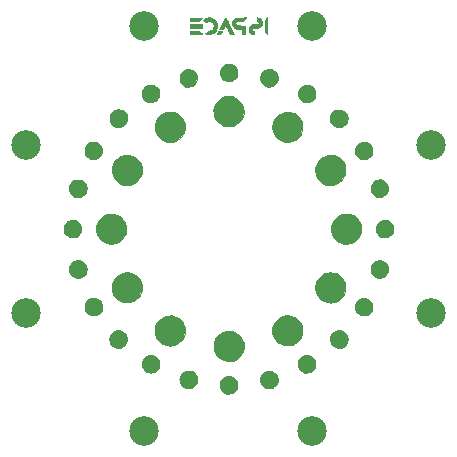
<source format=gbr>
%TF.GenerationSoftware,KiCad,Pcbnew,(5.1.6)-1*%
%TF.CreationDate,2025-07-06T20:15:57+05:30*%
%TF.ProjectId,Project_OAK_WATCH_DIAL_V0,50726f6a-6563-4745-9f4f-414b5f574154,A*%
%TF.SameCoordinates,Original*%
%TF.FileFunction,Soldermask,Bot*%
%TF.FilePolarity,Negative*%
%FSLAX46Y46*%
G04 Gerber Fmt 4.6, Leading zero omitted, Abs format (unit mm)*
G04 Created by KiCad (PCBNEW (5.1.6)-1) date 2025-07-06 20:15:57*
%MOMM*%
%LPD*%
G01*
G04 APERTURE LIST*
%ADD10C,0.010000*%
%ADD11C,2.500000*%
G04 APERTURE END LIST*
D10*
%TO.C,G\u002A\u002A\u002A*%
G36*
X70561422Y-79522923D02*
G01*
X70713906Y-79557814D01*
X70860393Y-79627524D01*
X70974827Y-79714282D01*
X71087037Y-79838345D01*
X71161710Y-79973891D01*
X71201785Y-80127766D01*
X71210918Y-80264000D01*
X71208538Y-80364563D01*
X71199203Y-80439600D01*
X71179814Y-80505738D01*
X71155239Y-80562873D01*
X71064288Y-80714235D01*
X70945824Y-80835302D01*
X70814529Y-80921216D01*
X70740512Y-80957921D01*
X70677023Y-80980068D01*
X70607033Y-80991827D01*
X70513514Y-80997367D01*
X70501933Y-80997748D01*
X70410202Y-80998085D01*
X70327301Y-80993917D01*
X70268054Y-80986106D01*
X70258516Y-80983635D01*
X70150224Y-80936074D01*
X70037435Y-80863913D01*
X69937050Y-80779078D01*
X69883622Y-80719083D01*
X69799474Y-80583313D01*
X69749716Y-80439631D01*
X69730652Y-80276524D01*
X69730196Y-80241287D01*
X69749289Y-80074424D01*
X69802690Y-79925314D01*
X69885361Y-79796090D01*
X69992263Y-79688885D01*
X70118359Y-79605832D01*
X70258610Y-79549065D01*
X70407977Y-79520718D01*
X70561422Y-79522923D01*
G37*
X70561422Y-79522923D02*
X70713906Y-79557814D01*
X70860393Y-79627524D01*
X70974827Y-79714282D01*
X71087037Y-79838345D01*
X71161710Y-79973891D01*
X71201785Y-80127766D01*
X71210918Y-80264000D01*
X71208538Y-80364563D01*
X71199203Y-80439600D01*
X71179814Y-80505738D01*
X71155239Y-80562873D01*
X71064288Y-80714235D01*
X70945824Y-80835302D01*
X70814529Y-80921216D01*
X70740512Y-80957921D01*
X70677023Y-80980068D01*
X70607033Y-80991827D01*
X70513514Y-80997367D01*
X70501933Y-80997748D01*
X70410202Y-80998085D01*
X70327301Y-80993917D01*
X70268054Y-80986106D01*
X70258516Y-80983635D01*
X70150224Y-80936074D01*
X70037435Y-80863913D01*
X69937050Y-80779078D01*
X69883622Y-80719083D01*
X69799474Y-80583313D01*
X69749716Y-80439631D01*
X69730652Y-80276524D01*
X69730196Y-80241287D01*
X69749289Y-80074424D01*
X69802690Y-79925314D01*
X69885361Y-79796090D01*
X69992263Y-79688885D01*
X70118359Y-79605832D01*
X70258610Y-79549065D01*
X70407977Y-79520718D01*
X70561422Y-79522923D01*
G36*
X73899183Y-79979059D02*
G01*
X73997920Y-79981205D01*
X74069650Y-79988671D01*
X74129636Y-80004498D01*
X74193144Y-80031725D01*
X74213228Y-80041602D01*
X74340586Y-80124417D01*
X74454885Y-80234791D01*
X74545268Y-80360895D01*
X74587408Y-80449279D01*
X74619831Y-80579827D01*
X74629365Y-80726058D01*
X74616559Y-80872129D01*
X74581963Y-81002202D01*
X74567006Y-81036583D01*
X74476419Y-81177232D01*
X74357458Y-81293324D01*
X74217120Y-81381627D01*
X74062397Y-81438908D01*
X73900284Y-81461934D01*
X73737776Y-81447472D01*
X73698796Y-81437870D01*
X73533526Y-81372490D01*
X73394481Y-81275149D01*
X73279046Y-81143690D01*
X73215402Y-81038857D01*
X73188545Y-80983435D01*
X73171679Y-80932362D01*
X73162544Y-80872974D01*
X73158883Y-80792606D01*
X73158366Y-80719083D01*
X73159644Y-80616324D01*
X73165067Y-80542568D01*
X73176987Y-80484522D01*
X73197760Y-80428893D01*
X73216991Y-80388004D01*
X73304663Y-80254084D01*
X73424790Y-80136667D01*
X73568217Y-80044459D01*
X73588559Y-80034561D01*
X73655970Y-80006016D01*
X73718000Y-79989073D01*
X73789997Y-79980990D01*
X73887310Y-79979024D01*
X73899183Y-79979059D01*
G37*
X73899183Y-79979059D02*
X73997920Y-79981205D01*
X74069650Y-79988671D01*
X74129636Y-80004498D01*
X74193144Y-80031725D01*
X74213228Y-80041602D01*
X74340586Y-80124417D01*
X74454885Y-80234791D01*
X74545268Y-80360895D01*
X74587408Y-80449279D01*
X74619831Y-80579827D01*
X74629365Y-80726058D01*
X74616559Y-80872129D01*
X74581963Y-81002202D01*
X74567006Y-81036583D01*
X74476419Y-81177232D01*
X74357458Y-81293324D01*
X74217120Y-81381627D01*
X74062397Y-81438908D01*
X73900284Y-81461934D01*
X73737776Y-81447472D01*
X73698796Y-81437870D01*
X73533526Y-81372490D01*
X73394481Y-81275149D01*
X73279046Y-81143690D01*
X73215402Y-81038857D01*
X73188545Y-80983435D01*
X73171679Y-80932362D01*
X73162544Y-80872974D01*
X73158883Y-80792606D01*
X73158366Y-80719083D01*
X73159644Y-80616324D01*
X73165067Y-80542568D01*
X73176987Y-80484522D01*
X73197760Y-80428893D01*
X73216991Y-80388004D01*
X73304663Y-80254084D01*
X73424790Y-80136667D01*
X73568217Y-80044459D01*
X73588559Y-80034561D01*
X73655970Y-80006016D01*
X73718000Y-79989073D01*
X73789997Y-79980990D01*
X73887310Y-79979024D01*
X73899183Y-79979059D01*
G36*
X67151582Y-79981985D02*
G01*
X67226744Y-79991235D01*
X67294777Y-80010862D01*
X67363642Y-80039848D01*
X67507953Y-80127101D01*
X67627764Y-80242420D01*
X67719556Y-80379163D01*
X67779805Y-80530686D01*
X67804991Y-80690349D01*
X67792269Y-80848275D01*
X67736305Y-81023885D01*
X67646897Y-81174357D01*
X67525524Y-81297805D01*
X67373667Y-81392342D01*
X67360675Y-81398404D01*
X67231878Y-81441156D01*
X67088704Y-81462732D01*
X66949563Y-81461218D01*
X66876812Y-81448719D01*
X66715466Y-81386962D01*
X66573692Y-81289759D01*
X66456963Y-81161582D01*
X66391197Y-81052014D01*
X66356867Y-80978116D01*
X66336077Y-80917315D01*
X66325501Y-80853746D01*
X66321815Y-80771546D01*
X66321516Y-80719528D01*
X66323495Y-80618171D01*
X66331297Y-80543627D01*
X66347717Y-80480484D01*
X66375552Y-80413330D01*
X66378035Y-80408007D01*
X66467517Y-80264708D01*
X66589288Y-80141320D01*
X66734887Y-80046284D01*
X66746167Y-80040711D01*
X66818013Y-80009065D01*
X66882040Y-79990584D01*
X66955021Y-79981922D01*
X67051766Y-79979734D01*
X67151582Y-79981985D01*
G37*
X67151582Y-79981985D02*
X67226744Y-79991235D01*
X67294777Y-80010862D01*
X67363642Y-80039848D01*
X67507953Y-80127101D01*
X67627764Y-80242420D01*
X67719556Y-80379163D01*
X67779805Y-80530686D01*
X67804991Y-80690349D01*
X67792269Y-80848275D01*
X67736305Y-81023885D01*
X67646897Y-81174357D01*
X67525524Y-81297805D01*
X67373667Y-81392342D01*
X67360675Y-81398404D01*
X67231878Y-81441156D01*
X67088704Y-81462732D01*
X66949563Y-81461218D01*
X66876812Y-81448719D01*
X66715466Y-81386962D01*
X66573692Y-81289759D01*
X66456963Y-81161582D01*
X66391197Y-81052014D01*
X66356867Y-80978116D01*
X66336077Y-80917315D01*
X66325501Y-80853746D01*
X66321815Y-80771546D01*
X66321516Y-80719528D01*
X66323495Y-80618171D01*
X66331297Y-80543627D01*
X66347717Y-80480484D01*
X66375552Y-80413330D01*
X66378035Y-80408007D01*
X66467517Y-80264708D01*
X66589288Y-80141320D01*
X66734887Y-80046284D01*
X66746167Y-80040711D01*
X66818013Y-80009065D01*
X66882040Y-79990584D01*
X66955021Y-79981922D01*
X67051766Y-79979734D01*
X67151582Y-79981985D01*
G36*
X77186782Y-81306955D02*
G01*
X77330872Y-81337590D01*
X77349350Y-81344052D01*
X77471981Y-81408071D01*
X77589713Y-81503040D01*
X77691633Y-81618006D01*
X77766826Y-81742015D01*
X77782205Y-81778451D01*
X77818489Y-81928180D01*
X77823362Y-82090210D01*
X77797541Y-82249329D01*
X77754532Y-82365814D01*
X77679140Y-82483100D01*
X77576080Y-82592794D01*
X77457988Y-82683282D01*
X77348485Y-82739005D01*
X77215943Y-82772167D01*
X77069184Y-82782139D01*
X76925765Y-82768868D01*
X76822816Y-82740546D01*
X76688936Y-82675096D01*
X76575576Y-82593759D01*
X76506408Y-82521128D01*
X76413147Y-82367248D01*
X76357856Y-82205178D01*
X76339370Y-82040412D01*
X76356519Y-81878445D01*
X76408135Y-81724771D01*
X76493050Y-81584885D01*
X76610096Y-81464281D01*
X76750668Y-81372223D01*
X76881623Y-81324980D01*
X77032014Y-81302988D01*
X77186782Y-81306955D01*
G37*
X77186782Y-81306955D02*
X77330872Y-81337590D01*
X77349350Y-81344052D01*
X77471981Y-81408071D01*
X77589713Y-81503040D01*
X77691633Y-81618006D01*
X77766826Y-81742015D01*
X77782205Y-81778451D01*
X77818489Y-81928180D01*
X77823362Y-82090210D01*
X77797541Y-82249329D01*
X77754532Y-82365814D01*
X77679140Y-82483100D01*
X77576080Y-82592794D01*
X77457988Y-82683282D01*
X77348485Y-82739005D01*
X77215943Y-82772167D01*
X77069184Y-82782139D01*
X76925765Y-82768868D01*
X76822816Y-82740546D01*
X76688936Y-82675096D01*
X76575576Y-82593759D01*
X76506408Y-82521128D01*
X76413147Y-82367248D01*
X76357856Y-82205178D01*
X76339370Y-82040412D01*
X76356519Y-81878445D01*
X76408135Y-81724771D01*
X76493050Y-81584885D01*
X76610096Y-81464281D01*
X76750668Y-81372223D01*
X76881623Y-81324980D01*
X77032014Y-81302988D01*
X77186782Y-81306955D01*
G36*
X64036655Y-81314983D02*
G01*
X64199538Y-81372161D01*
X64340634Y-81463093D01*
X64456331Y-81584782D01*
X64543016Y-81734227D01*
X64597074Y-81908433D01*
X64597407Y-81910131D01*
X64608787Y-82074522D01*
X64581643Y-82236451D01*
X64519556Y-82389055D01*
X64426108Y-82525474D01*
X64304880Y-82638845D01*
X64177763Y-82714236D01*
X64070901Y-82750357D01*
X63946551Y-82772635D01*
X63819763Y-82779942D01*
X63705583Y-82771145D01*
X63640635Y-82754585D01*
X63471762Y-82672727D01*
X63334915Y-82564248D01*
X63227339Y-82426663D01*
X63180406Y-82339299D01*
X63152266Y-82272260D01*
X63135547Y-82209169D01*
X63127520Y-82134736D01*
X63125456Y-82033667D01*
X63125456Y-82031416D01*
X63133103Y-81888859D01*
X63159499Y-81772734D01*
X63210100Y-81669284D01*
X63290361Y-81564748D01*
X63325835Y-81526028D01*
X63458391Y-81411081D01*
X63602442Y-81336053D01*
X63761980Y-81299200D01*
X63855600Y-81294557D01*
X64036655Y-81314983D01*
G37*
X64036655Y-81314983D02*
X64199538Y-81372161D01*
X64340634Y-81463093D01*
X64456331Y-81584782D01*
X64543016Y-81734227D01*
X64597074Y-81908433D01*
X64597407Y-81910131D01*
X64608787Y-82074522D01*
X64581643Y-82236451D01*
X64519556Y-82389055D01*
X64426108Y-82525474D01*
X64304880Y-82638845D01*
X64177763Y-82714236D01*
X64070901Y-82750357D01*
X63946551Y-82772635D01*
X63819763Y-82779942D01*
X63705583Y-82771145D01*
X63640635Y-82754585D01*
X63471762Y-82672727D01*
X63334915Y-82564248D01*
X63227339Y-82426663D01*
X63180406Y-82339299D01*
X63152266Y-82272260D01*
X63135547Y-82209169D01*
X63127520Y-82134736D01*
X63125456Y-82033667D01*
X63125456Y-82031416D01*
X63133103Y-81888859D01*
X63159499Y-81772734D01*
X63210100Y-81669284D01*
X63290361Y-81564748D01*
X63325835Y-81526028D01*
X63458391Y-81411081D01*
X63602442Y-81336053D01*
X63761980Y-81299200D01*
X63855600Y-81294557D01*
X64036655Y-81314983D01*
G36*
X70626512Y-82260904D02*
G01*
X70766240Y-82285301D01*
X70906473Y-82330879D01*
X71031100Y-82385571D01*
X71220075Y-82498419D01*
X71387030Y-82643843D01*
X71527294Y-82815915D01*
X71636199Y-83008705D01*
X71709075Y-83216282D01*
X71718923Y-83259083D01*
X71748410Y-83488562D01*
X71737699Y-83708553D01*
X71686195Y-83922077D01*
X71593302Y-84132156D01*
X71523846Y-84248100D01*
X71388946Y-84416723D01*
X71225017Y-84558949D01*
X71038138Y-84672035D01*
X70834391Y-84753236D01*
X70619854Y-84799808D01*
X70400609Y-84809008D01*
X70300850Y-84800068D01*
X70097006Y-84753099D01*
X69899547Y-84669851D01*
X69715820Y-84555410D01*
X69553172Y-84414859D01*
X69418948Y-84253285D01*
X69352745Y-84143860D01*
X69258667Y-83922310D01*
X69205489Y-83698692D01*
X69192724Y-83476385D01*
X69219884Y-83258768D01*
X69286484Y-83049221D01*
X69392036Y-82851121D01*
X69536054Y-82667849D01*
X69570481Y-82632220D01*
X69750316Y-82478827D01*
X69943479Y-82365482D01*
X70151232Y-82291652D01*
X70374834Y-82256808D01*
X70470183Y-82253666D01*
X70626512Y-82260904D01*
G37*
X70626512Y-82260904D02*
X70766240Y-82285301D01*
X70906473Y-82330879D01*
X71031100Y-82385571D01*
X71220075Y-82498419D01*
X71387030Y-82643843D01*
X71527294Y-82815915D01*
X71636199Y-83008705D01*
X71709075Y-83216282D01*
X71718923Y-83259083D01*
X71748410Y-83488562D01*
X71737699Y-83708553D01*
X71686195Y-83922077D01*
X71593302Y-84132156D01*
X71523846Y-84248100D01*
X71388946Y-84416723D01*
X71225017Y-84558949D01*
X71038138Y-84672035D01*
X70834391Y-84753236D01*
X70619854Y-84799808D01*
X70400609Y-84809008D01*
X70300850Y-84800068D01*
X70097006Y-84753099D01*
X69899547Y-84669851D01*
X69715820Y-84555410D01*
X69553172Y-84414859D01*
X69418948Y-84253285D01*
X69352745Y-84143860D01*
X69258667Y-83922310D01*
X69205489Y-83698692D01*
X69192724Y-83476385D01*
X69219884Y-83258768D01*
X69286484Y-83049221D01*
X69392036Y-82851121D01*
X69536054Y-82667849D01*
X69570481Y-82632220D01*
X69750316Y-82478827D01*
X69943479Y-82365482D01*
X70151232Y-82291652D01*
X70374834Y-82256808D01*
X70470183Y-82253666D01*
X70626512Y-82260904D01*
G36*
X61276519Y-83398373D02*
G01*
X61433423Y-83449115D01*
X61581185Y-83537026D01*
X61641981Y-83587857D01*
X61752800Y-83716392D01*
X61827908Y-83860361D01*
X61868233Y-84013993D01*
X61874702Y-84171517D01*
X61848243Y-84327163D01*
X61789784Y-84475158D01*
X61700253Y-84609731D01*
X61580578Y-84725112D01*
X61445677Y-84808849D01*
X61331844Y-84848391D01*
X61198118Y-84870179D01*
X61061983Y-84872883D01*
X60940924Y-84855173D01*
X60919487Y-84848878D01*
X60751975Y-84774289D01*
X60613517Y-84669016D01*
X60503025Y-84532099D01*
X60449906Y-84434799D01*
X60421744Y-84367676D01*
X60405005Y-84304438D01*
X60396952Y-84229780D01*
X60394850Y-84128400D01*
X60394850Y-84126916D01*
X60396615Y-84027763D01*
X60403849Y-83955658D01*
X60419459Y-83895397D01*
X60446354Y-83831771D01*
X60454505Y-83814932D01*
X60549487Y-83664988D01*
X60668691Y-83545833D01*
X60806557Y-83458531D01*
X60957525Y-83404144D01*
X61116032Y-83383737D01*
X61276519Y-83398373D01*
G37*
X61276519Y-83398373D02*
X61433423Y-83449115D01*
X61581185Y-83537026D01*
X61641981Y-83587857D01*
X61752800Y-83716392D01*
X61827908Y-83860361D01*
X61868233Y-84013993D01*
X61874702Y-84171517D01*
X61848243Y-84327163D01*
X61789784Y-84475158D01*
X61700253Y-84609731D01*
X61580578Y-84725112D01*
X61445677Y-84808849D01*
X61331844Y-84848391D01*
X61198118Y-84870179D01*
X61061983Y-84872883D01*
X60940924Y-84855173D01*
X60919487Y-84848878D01*
X60751975Y-84774289D01*
X60613517Y-84669016D01*
X60503025Y-84532099D01*
X60449906Y-84434799D01*
X60421744Y-84367676D01*
X60405005Y-84304438D01*
X60396952Y-84229780D01*
X60394850Y-84128400D01*
X60394850Y-84126916D01*
X60396615Y-84027763D01*
X60403849Y-83955658D01*
X60419459Y-83895397D01*
X60446354Y-83831771D01*
X60454505Y-83814932D01*
X60549487Y-83664988D01*
X60668691Y-83545833D01*
X60806557Y-83458531D01*
X60957525Y-83404144D01*
X61116032Y-83383737D01*
X61276519Y-83398373D01*
G36*
X80006024Y-83423176D02*
G01*
X80149029Y-83480421D01*
X80296003Y-83579193D01*
X80410917Y-83703530D01*
X80489739Y-83838626D01*
X80519303Y-83909532D01*
X80536357Y-83976147D01*
X80543999Y-84055101D01*
X80545418Y-84137500D01*
X80543046Y-84236948D01*
X80533760Y-84311755D01*
X80514115Y-84379466D01*
X80483925Y-84450586D01*
X80394029Y-84597272D01*
X80274954Y-84717513D01*
X80132993Y-84807970D01*
X79974437Y-84865304D01*
X79805579Y-84886177D01*
X79680868Y-84876708D01*
X79520173Y-84830096D01*
X79375290Y-84748033D01*
X79251444Y-84636056D01*
X79153861Y-84499703D01*
X79087767Y-84344510D01*
X79062252Y-84221209D01*
X79063654Y-84072792D01*
X79098160Y-83919844D01*
X79160998Y-83773495D01*
X79247392Y-83644875D01*
X79352072Y-83545475D01*
X79505390Y-83458596D01*
X79670091Y-83408877D01*
X79839271Y-83396883D01*
X80006024Y-83423176D01*
G37*
X80006024Y-83423176D02*
X80149029Y-83480421D01*
X80296003Y-83579193D01*
X80410917Y-83703530D01*
X80489739Y-83838626D01*
X80519303Y-83909532D01*
X80536357Y-83976147D01*
X80543999Y-84055101D01*
X80545418Y-84137500D01*
X80543046Y-84236948D01*
X80533760Y-84311755D01*
X80514115Y-84379466D01*
X80483925Y-84450586D01*
X80394029Y-84597272D01*
X80274954Y-84717513D01*
X80132993Y-84807970D01*
X79974437Y-84865304D01*
X79805579Y-84886177D01*
X79680868Y-84876708D01*
X79520173Y-84830096D01*
X79375290Y-84748033D01*
X79251444Y-84636056D01*
X79153861Y-84499703D01*
X79087767Y-84344510D01*
X79062252Y-84221209D01*
X79063654Y-84072792D01*
X79098160Y-83919844D01*
X79160998Y-83773495D01*
X79247392Y-83644875D01*
X79352072Y-83545475D01*
X79505390Y-83458596D01*
X79670091Y-83408877D01*
X79839271Y-83396883D01*
X80006024Y-83423176D01*
G36*
X75703278Y-83616674D02*
G01*
X75922138Y-83681205D01*
X76031800Y-83729789D01*
X76159050Y-83807949D01*
X76289721Y-83914006D01*
X76412285Y-84036706D01*
X76515212Y-84164793D01*
X76572706Y-84257854D01*
X76660209Y-84469181D01*
X76709288Y-84691555D01*
X76719943Y-84918653D01*
X76692179Y-85144149D01*
X76625998Y-85361718D01*
X76572205Y-85477645D01*
X76487453Y-85607774D01*
X76373715Y-85739049D01*
X76242521Y-85860351D01*
X76105402Y-85960560D01*
X76023700Y-86006615D01*
X75818786Y-86087121D01*
X75604458Y-86134140D01*
X75390629Y-86146219D01*
X75208104Y-86126272D01*
X75052609Y-86081886D01*
X74890586Y-86011982D01*
X74734652Y-85923596D01*
X74597424Y-85823764D01*
X74503085Y-85733092D01*
X74364620Y-85544007D01*
X74257860Y-85329865D01*
X74234163Y-85266272D01*
X74206944Y-85181024D01*
X74189801Y-85105593D01*
X74180560Y-85024882D01*
X74177045Y-84923794D01*
X74176753Y-84867750D01*
X74178385Y-84752843D01*
X74184757Y-84664950D01*
X74198084Y-84588825D01*
X74220582Y-84509225D01*
X74235193Y-84465583D01*
X74272209Y-84369598D01*
X74315543Y-84273751D01*
X74356482Y-84197151D01*
X74360658Y-84190416D01*
X74500326Y-84007360D01*
X74664954Y-83855911D01*
X74849993Y-83737325D01*
X75050893Y-83652854D01*
X75263107Y-83603753D01*
X75482084Y-83591275D01*
X75703278Y-83616674D01*
G37*
X75703278Y-83616674D02*
X75922138Y-83681205D01*
X76031800Y-83729789D01*
X76159050Y-83807949D01*
X76289721Y-83914006D01*
X76412285Y-84036706D01*
X76515212Y-84164793D01*
X76572706Y-84257854D01*
X76660209Y-84469181D01*
X76709288Y-84691555D01*
X76719943Y-84918653D01*
X76692179Y-85144149D01*
X76625998Y-85361718D01*
X76572205Y-85477645D01*
X76487453Y-85607774D01*
X76373715Y-85739049D01*
X76242521Y-85860351D01*
X76105402Y-85960560D01*
X76023700Y-86006615D01*
X75818786Y-86087121D01*
X75604458Y-86134140D01*
X75390629Y-86146219D01*
X75208104Y-86126272D01*
X75052609Y-86081886D01*
X74890586Y-86011982D01*
X74734652Y-85923596D01*
X74597424Y-85823764D01*
X74503085Y-85733092D01*
X74364620Y-85544007D01*
X74257860Y-85329865D01*
X74234163Y-85266272D01*
X74206944Y-85181024D01*
X74189801Y-85105593D01*
X74180560Y-85024882D01*
X74177045Y-84923794D01*
X74176753Y-84867750D01*
X74178385Y-84752843D01*
X74184757Y-84664950D01*
X74198084Y-84588825D01*
X74220582Y-84509225D01*
X74235193Y-84465583D01*
X74272209Y-84369598D01*
X74315543Y-84273751D01*
X74356482Y-84197151D01*
X74360658Y-84190416D01*
X74500326Y-84007360D01*
X74664954Y-83855911D01*
X74849993Y-83737325D01*
X75050893Y-83652854D01*
X75263107Y-83603753D01*
X75482084Y-83591275D01*
X75703278Y-83616674D01*
G36*
X65619986Y-83595563D02*
G01*
X65825050Y-83632500D01*
X66020908Y-83702243D01*
X66203493Y-83803184D01*
X66368737Y-83933716D01*
X66512574Y-84092232D01*
X66630936Y-84277124D01*
X66719755Y-84486785D01*
X66747311Y-84582000D01*
X66770240Y-84728383D01*
X66773901Y-84895206D01*
X66759249Y-85065717D01*
X66727234Y-85223162D01*
X66707299Y-85285612D01*
X66608296Y-85498030D01*
X66477681Y-85685888D01*
X66319084Y-85845976D01*
X66136136Y-85975083D01*
X65932467Y-86069998D01*
X65767258Y-86117035D01*
X65647286Y-86135152D01*
X65513100Y-86143963D01*
X65384137Y-86142781D01*
X65294933Y-86133710D01*
X65097289Y-86081118D01*
X64904787Y-85993267D01*
X64725352Y-85875824D01*
X64566909Y-85734458D01*
X64437384Y-85574835D01*
X64380528Y-85479764D01*
X64306915Y-85322885D01*
X64259814Y-85178092D01*
X64234987Y-85028370D01*
X64228176Y-84867750D01*
X64247969Y-84633106D01*
X64306335Y-84413583D01*
X64401755Y-84212050D01*
X64532712Y-84031376D01*
X64697685Y-83874431D01*
X64789020Y-83808028D01*
X64990234Y-83697665D01*
X65198511Y-83626538D01*
X65409784Y-83593040D01*
X65619986Y-83595563D01*
G37*
X65619986Y-83595563D02*
X65825050Y-83632500D01*
X66020908Y-83702243D01*
X66203493Y-83803184D01*
X66368737Y-83933716D01*
X66512574Y-84092232D01*
X66630936Y-84277124D01*
X66719755Y-84486785D01*
X66747311Y-84582000D01*
X66770240Y-84728383D01*
X66773901Y-84895206D01*
X66759249Y-85065717D01*
X66727234Y-85223162D01*
X66707299Y-85285612D01*
X66608296Y-85498030D01*
X66477681Y-85685888D01*
X66319084Y-85845976D01*
X66136136Y-85975083D01*
X65932467Y-86069998D01*
X65767258Y-86117035D01*
X65647286Y-86135152D01*
X65513100Y-86143963D01*
X65384137Y-86142781D01*
X65294933Y-86133710D01*
X65097289Y-86081118D01*
X64904787Y-85993267D01*
X64725352Y-85875824D01*
X64566909Y-85734458D01*
X64437384Y-85574835D01*
X64380528Y-85479764D01*
X64306915Y-85322885D01*
X64259814Y-85178092D01*
X64234987Y-85028370D01*
X64228176Y-84867750D01*
X64247969Y-84633106D01*
X64306335Y-84413583D01*
X64401755Y-84212050D01*
X64532712Y-84031376D01*
X64697685Y-83874431D01*
X64789020Y-83808028D01*
X64990234Y-83697665D01*
X65198511Y-83626538D01*
X65409784Y-83593040D01*
X65619986Y-83595563D01*
G36*
X82009275Y-86132385D02*
G01*
X82150468Y-86162053D01*
X82169987Y-86168963D01*
X82297524Y-86235638D01*
X82418973Y-86332711D01*
X82521846Y-86448734D01*
X82581872Y-86546476D01*
X82610644Y-86610156D01*
X82628313Y-86667311D01*
X82637486Y-86732107D01*
X82640767Y-86818710D01*
X82641016Y-86868000D01*
X82639519Y-86968869D01*
X82633292Y-87041625D01*
X82619727Y-87100433D01*
X82596220Y-87159458D01*
X82581872Y-87189523D01*
X82505284Y-87308770D01*
X82401336Y-87419521D01*
X82282427Y-87510346D01*
X82174485Y-87565005D01*
X82065073Y-87593339D01*
X81938363Y-87606876D01*
X81811445Y-87605127D01*
X81701409Y-87587601D01*
X81674635Y-87579333D01*
X81549532Y-87522587D01*
X81434964Y-87448507D01*
X81346119Y-87367051D01*
X81340273Y-87360145D01*
X81242588Y-87211626D01*
X81182901Y-87053132D01*
X81160070Y-86890287D01*
X81172958Y-86728712D01*
X81220425Y-86574030D01*
X81301333Y-86431863D01*
X81414542Y-86307834D01*
X81558914Y-86207564D01*
X81575539Y-86198795D01*
X81706160Y-86151542D01*
X81855955Y-86129144D01*
X82009275Y-86132385D01*
G37*
X82009275Y-86132385D02*
X82150468Y-86162053D01*
X82169987Y-86168963D01*
X82297524Y-86235638D01*
X82418973Y-86332711D01*
X82521846Y-86448734D01*
X82581872Y-86546476D01*
X82610644Y-86610156D01*
X82628313Y-86667311D01*
X82637486Y-86732107D01*
X82640767Y-86818710D01*
X82641016Y-86868000D01*
X82639519Y-86968869D01*
X82633292Y-87041625D01*
X82619727Y-87100433D01*
X82596220Y-87159458D01*
X82581872Y-87189523D01*
X82505284Y-87308770D01*
X82401336Y-87419521D01*
X82282427Y-87510346D01*
X82174485Y-87565005D01*
X82065073Y-87593339D01*
X81938363Y-87606876D01*
X81811445Y-87605127D01*
X81701409Y-87587601D01*
X81674635Y-87579333D01*
X81549532Y-87522587D01*
X81434964Y-87448507D01*
X81346119Y-87367051D01*
X81340273Y-87360145D01*
X81242588Y-87211626D01*
X81182901Y-87053132D01*
X81160070Y-86890287D01*
X81172958Y-86728712D01*
X81220425Y-86574030D01*
X81301333Y-86431863D01*
X81414542Y-86307834D01*
X81558914Y-86207564D01*
X81575539Y-86198795D01*
X81706160Y-86151542D01*
X81855955Y-86129144D01*
X82009275Y-86132385D01*
G36*
X59239873Y-86163805D02*
G01*
X59389635Y-86228031D01*
X59523285Y-86323927D01*
X59634899Y-86449828D01*
X59702719Y-86567507D01*
X59732619Y-86640267D01*
X59749880Y-86709020D01*
X59757685Y-86790680D01*
X59759238Y-86868000D01*
X59757297Y-86967182D01*
X59748480Y-87041397D01*
X59729495Y-87107858D01*
X59700077Y-87177253D01*
X59611843Y-87322086D01*
X59495823Y-87442152D01*
X59358571Y-87534181D01*
X59206645Y-87594904D01*
X59046603Y-87621050D01*
X58885000Y-87609351D01*
X58849683Y-87601320D01*
X58682045Y-87537520D01*
X58537818Y-87440708D01*
X58420837Y-87315324D01*
X58334936Y-87165808D01*
X58283949Y-86996600D01*
X58275349Y-86936341D01*
X58279089Y-86779049D01*
X58319459Y-86621762D01*
X58391869Y-86474139D01*
X58491731Y-86345837D01*
X58598168Y-86256918D01*
X58753145Y-86177806D01*
X58915704Y-86137027D01*
X59079921Y-86132915D01*
X59239873Y-86163805D01*
G37*
X59239873Y-86163805D02*
X59389635Y-86228031D01*
X59523285Y-86323927D01*
X59634899Y-86449828D01*
X59702719Y-86567507D01*
X59732619Y-86640267D01*
X59749880Y-86709020D01*
X59757685Y-86790680D01*
X59759238Y-86868000D01*
X59757297Y-86967182D01*
X59748480Y-87041397D01*
X59729495Y-87107858D01*
X59700077Y-87177253D01*
X59611843Y-87322086D01*
X59495823Y-87442152D01*
X59358571Y-87534181D01*
X59206645Y-87594904D01*
X59046603Y-87621050D01*
X58885000Y-87609351D01*
X58849683Y-87601320D01*
X58682045Y-87537520D01*
X58537818Y-87440708D01*
X58420837Y-87315324D01*
X58334936Y-87165808D01*
X58283949Y-86996600D01*
X58275349Y-86936341D01*
X58279089Y-86779049D01*
X58319459Y-86621762D01*
X58391869Y-86474139D01*
X58491731Y-86345837D01*
X58598168Y-86256918D01*
X58753145Y-86177806D01*
X58915704Y-86137027D01*
X59079921Y-86132915D01*
X59239873Y-86163805D01*
G36*
X79159100Y-87234888D02*
G01*
X79389239Y-87269484D01*
X79603336Y-87341927D01*
X79798118Y-87449701D01*
X79970311Y-87590293D01*
X80116640Y-87761185D01*
X80233832Y-87959864D01*
X80294346Y-88107057D01*
X80321076Y-88189752D01*
X80338226Y-88261715D01*
X80347786Y-88337106D01*
X80351745Y-88430087D01*
X80352239Y-88519000D01*
X80350483Y-88635961D01*
X80344576Y-88724367D01*
X80332615Y-88797932D01*
X80312695Y-88870376D01*
X80297124Y-88916218D01*
X80199178Y-89131888D01*
X80068478Y-89322275D01*
X79907756Y-89484646D01*
X79719743Y-89616271D01*
X79507174Y-89714419D01*
X79493750Y-89719166D01*
X79317844Y-89763549D01*
X79125697Y-89783402D01*
X78933824Y-89778083D01*
X78761202Y-89747622D01*
X78574485Y-89683143D01*
X78409676Y-89594373D01*
X78254743Y-89474222D01*
X78185222Y-89408210D01*
X78050989Y-89256969D01*
X77951068Y-89102626D01*
X77878416Y-88933038D01*
X77846246Y-88823884D01*
X77809646Y-88601319D01*
X77812341Y-88383591D01*
X77851372Y-88174283D01*
X77923779Y-87976978D01*
X78026600Y-87795260D01*
X78156876Y-87632711D01*
X78311645Y-87492915D01*
X78487948Y-87379455D01*
X78682824Y-87295913D01*
X78893313Y-87245874D01*
X79116454Y-87232920D01*
X79159100Y-87234888D01*
G37*
X79159100Y-87234888D02*
X79389239Y-87269484D01*
X79603336Y-87341927D01*
X79798118Y-87449701D01*
X79970311Y-87590293D01*
X80116640Y-87761185D01*
X80233832Y-87959864D01*
X80294346Y-88107057D01*
X80321076Y-88189752D01*
X80338226Y-88261715D01*
X80347786Y-88337106D01*
X80351745Y-88430087D01*
X80352239Y-88519000D01*
X80350483Y-88635961D01*
X80344576Y-88724367D01*
X80332615Y-88797932D01*
X80312695Y-88870376D01*
X80297124Y-88916218D01*
X80199178Y-89131888D01*
X80068478Y-89322275D01*
X79907756Y-89484646D01*
X79719743Y-89616271D01*
X79507174Y-89714419D01*
X79493750Y-89719166D01*
X79317844Y-89763549D01*
X79125697Y-89783402D01*
X78933824Y-89778083D01*
X78761202Y-89747622D01*
X78574485Y-89683143D01*
X78409676Y-89594373D01*
X78254743Y-89474222D01*
X78185222Y-89408210D01*
X78050989Y-89256969D01*
X77951068Y-89102626D01*
X77878416Y-88933038D01*
X77846246Y-88823884D01*
X77809646Y-88601319D01*
X77812341Y-88383591D01*
X77851372Y-88174283D01*
X77923779Y-87976978D01*
X78026600Y-87795260D01*
X78156876Y-87632711D01*
X78311645Y-87492915D01*
X78487948Y-87379455D01*
X78682824Y-87295913D01*
X78893313Y-87245874D01*
X79116454Y-87232920D01*
X79159100Y-87234888D01*
G36*
X62078359Y-87248740D02*
G01*
X62289671Y-87306822D01*
X62485633Y-87399162D01*
X62662592Y-87522108D01*
X62816898Y-87672008D01*
X62944898Y-87845210D01*
X63042940Y-88038064D01*
X63107374Y-88246916D01*
X63134546Y-88468114D01*
X63135198Y-88508416D01*
X63115056Y-88731753D01*
X63057057Y-88943166D01*
X62964838Y-89139049D01*
X62842038Y-89315798D01*
X62692294Y-89469808D01*
X62519246Y-89597475D01*
X62326531Y-89695194D01*
X62117788Y-89759360D01*
X61896655Y-89786369D01*
X61844766Y-89786949D01*
X61743211Y-89781063D01*
X61632659Y-89767415D01*
X61573150Y-89756541D01*
X61364525Y-89690333D01*
X61172633Y-89588410D01*
X61001101Y-89455309D01*
X60853558Y-89295571D01*
X60733630Y-89113732D01*
X60644945Y-88914331D01*
X60591131Y-88701907D01*
X60575501Y-88508416D01*
X60595673Y-88285406D01*
X60653755Y-88074095D01*
X60746095Y-87878133D01*
X60869041Y-87701174D01*
X61018941Y-87546868D01*
X61192144Y-87418868D01*
X61384997Y-87320825D01*
X61593849Y-87256392D01*
X61815048Y-87229220D01*
X61855350Y-87228568D01*
X62078359Y-87248740D01*
G37*
X62078359Y-87248740D02*
X62289671Y-87306822D01*
X62485633Y-87399162D01*
X62662592Y-87522108D01*
X62816898Y-87672008D01*
X62944898Y-87845210D01*
X63042940Y-88038064D01*
X63107374Y-88246916D01*
X63134546Y-88468114D01*
X63135198Y-88508416D01*
X63115056Y-88731753D01*
X63057057Y-88943166D01*
X62964838Y-89139049D01*
X62842038Y-89315798D01*
X62692294Y-89469808D01*
X62519246Y-89597475D01*
X62326531Y-89695194D01*
X62117788Y-89759360D01*
X61896655Y-89786369D01*
X61844766Y-89786949D01*
X61743211Y-89781063D01*
X61632659Y-89767415D01*
X61573150Y-89756541D01*
X61364525Y-89690333D01*
X61172633Y-89588410D01*
X61001101Y-89455309D01*
X60853558Y-89295571D01*
X60733630Y-89113732D01*
X60644945Y-88914331D01*
X60591131Y-88701907D01*
X60575501Y-88508416D01*
X60595673Y-88285406D01*
X60653755Y-88074095D01*
X60746095Y-87878133D01*
X60869041Y-87701174D01*
X61018941Y-87546868D01*
X61192144Y-87418868D01*
X61384997Y-87320825D01*
X61593849Y-87256392D01*
X61815048Y-87229220D01*
X61855350Y-87228568D01*
X62078359Y-87248740D01*
G36*
X83418573Y-89338219D02*
G01*
X83570811Y-89398173D01*
X83708477Y-89488583D01*
X83824091Y-89605735D01*
X83897864Y-89720463D01*
X83924911Y-89787515D01*
X83950919Y-89874832D01*
X83966262Y-89943386D01*
X83975803Y-90106600D01*
X83947062Y-90266405D01*
X83883991Y-90416449D01*
X83790539Y-90550384D01*
X83670657Y-90661860D01*
X83528295Y-90744528D01*
X83450121Y-90773015D01*
X83338162Y-90795377D01*
X83214352Y-90802908D01*
X83096305Y-90795508D01*
X83008135Y-90775500D01*
X82840040Y-90695506D01*
X82702073Y-90585954D01*
X82593064Y-90445791D01*
X82547906Y-90361465D01*
X82519934Y-90295058D01*
X82503367Y-90233091D01*
X82495534Y-90160361D01*
X82493763Y-90061662D01*
X82493796Y-90053583D01*
X82502278Y-89909272D01*
X82529588Y-89791599D01*
X82580940Y-89687117D01*
X82661548Y-89582380D01*
X82687551Y-89553864D01*
X82815116Y-89442160D01*
X82958954Y-89365659D01*
X83100301Y-89324533D01*
X83259243Y-89312435D01*
X83418573Y-89338219D01*
G37*
X83418573Y-89338219D02*
X83570811Y-89398173D01*
X83708477Y-89488583D01*
X83824091Y-89605735D01*
X83897864Y-89720463D01*
X83924911Y-89787515D01*
X83950919Y-89874832D01*
X83966262Y-89943386D01*
X83975803Y-90106600D01*
X83947062Y-90266405D01*
X83883991Y-90416449D01*
X83790539Y-90550384D01*
X83670657Y-90661860D01*
X83528295Y-90744528D01*
X83450121Y-90773015D01*
X83338162Y-90795377D01*
X83214352Y-90802908D01*
X83096305Y-90795508D01*
X83008135Y-90775500D01*
X82840040Y-90695506D01*
X82702073Y-90585954D01*
X82593064Y-90445791D01*
X82547906Y-90361465D01*
X82519934Y-90295058D01*
X82503367Y-90233091D01*
X82495534Y-90160361D01*
X82493763Y-90061662D01*
X82493796Y-90053583D01*
X82502278Y-89909272D01*
X82529588Y-89791599D01*
X82580940Y-89687117D01*
X82661548Y-89582380D01*
X82687551Y-89553864D01*
X82815116Y-89442160D01*
X82958954Y-89365659D01*
X83100301Y-89324533D01*
X83259243Y-89312435D01*
X83418573Y-89338219D01*
G36*
X57812292Y-89335860D02*
G01*
X57888167Y-89341972D01*
X57946837Y-89354508D01*
X58000832Y-89375463D01*
X58018179Y-89383782D01*
X58172101Y-89482558D01*
X58296906Y-89611266D01*
X58377947Y-89742044D01*
X58413369Y-89818787D01*
X58434273Y-89882038D01*
X58444363Y-89948962D01*
X58447348Y-90036723D01*
X58447418Y-90063721D01*
X58445049Y-90163354D01*
X58435805Y-90238218D01*
X58416286Y-90305736D01*
X58386468Y-90376042D01*
X58295408Y-90525677D01*
X58176002Y-90646502D01*
X58033208Y-90735838D01*
X57871985Y-90791007D01*
X57697294Y-90809330D01*
X57596727Y-90802662D01*
X57445478Y-90763536D01*
X57301306Y-90689128D01*
X57174311Y-90586379D01*
X57074592Y-90462233D01*
X57056565Y-90431359D01*
X57021994Y-90352806D01*
X56990822Y-90256666D01*
X56974508Y-90187144D01*
X56961293Y-90099315D01*
X56960367Y-90028237D01*
X56972461Y-89951251D01*
X56983636Y-89903386D01*
X57042546Y-89734071D01*
X57130271Y-89593633D01*
X57250496Y-89477391D01*
X57386909Y-89390968D01*
X57442246Y-89364135D01*
X57493149Y-89347297D01*
X57552272Y-89338207D01*
X57632267Y-89334619D01*
X57706683Y-89334177D01*
X57812292Y-89335860D01*
G37*
X57812292Y-89335860D02*
X57888167Y-89341972D01*
X57946837Y-89354508D01*
X58000832Y-89375463D01*
X58018179Y-89383782D01*
X58172101Y-89482558D01*
X58296906Y-89611266D01*
X58377947Y-89742044D01*
X58413369Y-89818787D01*
X58434273Y-89882038D01*
X58444363Y-89948962D01*
X58447348Y-90036723D01*
X58447418Y-90063721D01*
X58445049Y-90163354D01*
X58435805Y-90238218D01*
X58416286Y-90305736D01*
X58386468Y-90376042D01*
X58295408Y-90525677D01*
X58176002Y-90646502D01*
X58033208Y-90735838D01*
X57871985Y-90791007D01*
X57697294Y-90809330D01*
X57596727Y-90802662D01*
X57445478Y-90763536D01*
X57301306Y-90689128D01*
X57174311Y-90586379D01*
X57074592Y-90462233D01*
X57056565Y-90431359D01*
X57021994Y-90352806D01*
X56990822Y-90256666D01*
X56974508Y-90187144D01*
X56961293Y-90099315D01*
X56960367Y-90028237D01*
X56972461Y-89951251D01*
X56983636Y-89903386D01*
X57042546Y-89734071D01*
X57130271Y-89593633D01*
X57250496Y-89477391D01*
X57386909Y-89390968D01*
X57442246Y-89364135D01*
X57493149Y-89347297D01*
X57552272Y-89338207D01*
X57632267Y-89334619D01*
X57706683Y-89334177D01*
X57812292Y-89335860D01*
G36*
X83790177Y-92745243D02*
G01*
X83865962Y-92755139D01*
X83932647Y-92775148D01*
X83985100Y-92797932D01*
X84136126Y-92887613D01*
X84254361Y-93000447D01*
X84345482Y-93141917D01*
X84349336Y-93149651D01*
X84383665Y-93223550D01*
X84404456Y-93284351D01*
X84415031Y-93347919D01*
X84418718Y-93430120D01*
X84419016Y-93482138D01*
X84417037Y-93583495D01*
X84409235Y-93658039D01*
X84392815Y-93721182D01*
X84364980Y-93788336D01*
X84362497Y-93793659D01*
X84281487Y-93925352D01*
X84172530Y-94043304D01*
X84047467Y-94135610D01*
X83995406Y-94162765D01*
X83882788Y-94200208D01*
X83752095Y-94222061D01*
X83621796Y-94226424D01*
X83514055Y-94212348D01*
X83361135Y-94153893D01*
X83219779Y-94062246D01*
X83100027Y-93945345D01*
X83015386Y-93818062D01*
X82956586Y-93658399D01*
X82936650Y-93494292D01*
X82953428Y-93331782D01*
X83004770Y-93176908D01*
X83088526Y-93035710D01*
X83202545Y-92914228D01*
X83344677Y-92818501D01*
X83376890Y-92802699D01*
X83452432Y-92770865D01*
X83518905Y-92752438D01*
X83593653Y-92744062D01*
X83688766Y-92742361D01*
X83790177Y-92745243D01*
G37*
X83790177Y-92745243D02*
X83865962Y-92755139D01*
X83932647Y-92775148D01*
X83985100Y-92797932D01*
X84136126Y-92887613D01*
X84254361Y-93000447D01*
X84345482Y-93141917D01*
X84349336Y-93149651D01*
X84383665Y-93223550D01*
X84404456Y-93284351D01*
X84415031Y-93347919D01*
X84418718Y-93430120D01*
X84419016Y-93482138D01*
X84417037Y-93583495D01*
X84409235Y-93658039D01*
X84392815Y-93721182D01*
X84364980Y-93788336D01*
X84362497Y-93793659D01*
X84281487Y-93925352D01*
X84172530Y-94043304D01*
X84047467Y-94135610D01*
X83995406Y-94162765D01*
X83882788Y-94200208D01*
X83752095Y-94222061D01*
X83621796Y-94226424D01*
X83514055Y-94212348D01*
X83361135Y-94153893D01*
X83219779Y-94062246D01*
X83100027Y-93945345D01*
X83015386Y-93818062D01*
X82956586Y-93658399D01*
X82936650Y-93494292D01*
X82953428Y-93331782D01*
X83004770Y-93176908D01*
X83088526Y-93035710D01*
X83202545Y-92914228D01*
X83344677Y-92818501D01*
X83376890Y-92802699D01*
X83452432Y-92770865D01*
X83518905Y-92752438D01*
X83593653Y-92744062D01*
X83688766Y-92742361D01*
X83790177Y-92745243D01*
G36*
X57460011Y-92766897D02*
G01*
X57605783Y-92826205D01*
X57736595Y-92915666D01*
X57847320Y-93033118D01*
X57932833Y-93176398D01*
X57988007Y-93343344D01*
X57992345Y-93364862D01*
X58002117Y-93526081D01*
X57973901Y-93685127D01*
X57911794Y-93835239D01*
X57819891Y-93969658D01*
X57702288Y-94081624D01*
X57563083Y-94164377D01*
X57491616Y-94191177D01*
X57311755Y-94227548D01*
X57139688Y-94223769D01*
X57037185Y-94200876D01*
X56881502Y-94133074D01*
X56752043Y-94037142D01*
X56649678Y-93918644D01*
X56575275Y-93783143D01*
X56529704Y-93636201D01*
X56513835Y-93483381D01*
X56528537Y-93330245D01*
X56574680Y-93182356D01*
X56653133Y-93045277D01*
X56764766Y-92924571D01*
X56829849Y-92874452D01*
X56984198Y-92791521D01*
X57144093Y-92747392D01*
X57304406Y-92739905D01*
X57460011Y-92766897D01*
G37*
X57460011Y-92766897D02*
X57605783Y-92826205D01*
X57736595Y-92915666D01*
X57847320Y-93033118D01*
X57932833Y-93176398D01*
X57988007Y-93343344D01*
X57992345Y-93364862D01*
X58002117Y-93526081D01*
X57973901Y-93685127D01*
X57911794Y-93835239D01*
X57819891Y-93969658D01*
X57702288Y-94081624D01*
X57563083Y-94164377D01*
X57491616Y-94191177D01*
X57311755Y-94227548D01*
X57139688Y-94223769D01*
X57037185Y-94200876D01*
X56881502Y-94133074D01*
X56752043Y-94037142D01*
X56649678Y-93918644D01*
X56575275Y-93783143D01*
X56529704Y-93636201D01*
X56513835Y-93483381D01*
X56528537Y-93330245D01*
X56574680Y-93182356D01*
X56653133Y-93045277D01*
X56764766Y-92924571D01*
X56829849Y-92874452D01*
X56984198Y-92791521D01*
X57144093Y-92747392D01*
X57304406Y-92739905D01*
X57460011Y-92766897D01*
G36*
X80555760Y-92206823D02*
G01*
X80770606Y-92251732D01*
X80976589Y-92333553D01*
X81168243Y-92450704D01*
X81320021Y-92581078D01*
X81466182Y-92754632D01*
X81575347Y-92942424D01*
X81648613Y-93140223D01*
X81687076Y-93343801D01*
X81691833Y-93548927D01*
X81663981Y-93751372D01*
X81604616Y-93946905D01*
X81514835Y-94131298D01*
X81395735Y-94300320D01*
X81248413Y-94449742D01*
X81073965Y-94575334D01*
X80873488Y-94672865D01*
X80768435Y-94708442D01*
X80680673Y-94727632D01*
X80569668Y-94742700D01*
X80451211Y-94752387D01*
X80341090Y-94755440D01*
X80255093Y-94750601D01*
X80249183Y-94749752D01*
X80042827Y-94699876D01*
X79844306Y-94617400D01*
X79662285Y-94507299D01*
X79505431Y-94374548D01*
X79415515Y-94271165D01*
X79293926Y-94084723D01*
X79210191Y-93895018D01*
X79160420Y-93691752D01*
X79144946Y-93554885D01*
X79149528Y-93331667D01*
X79193190Y-93117036D01*
X79272920Y-92915067D01*
X79385706Y-92729834D01*
X79528537Y-92565412D01*
X79698401Y-92425874D01*
X79892285Y-92315295D01*
X80107177Y-92237750D01*
X80121338Y-92234068D01*
X80337516Y-92200407D01*
X80555760Y-92206823D01*
G37*
X80555760Y-92206823D02*
X80770606Y-92251732D01*
X80976589Y-92333553D01*
X81168243Y-92450704D01*
X81320021Y-92581078D01*
X81466182Y-92754632D01*
X81575347Y-92942424D01*
X81648613Y-93140223D01*
X81687076Y-93343801D01*
X81691833Y-93548927D01*
X81663981Y-93751372D01*
X81604616Y-93946905D01*
X81514835Y-94131298D01*
X81395735Y-94300320D01*
X81248413Y-94449742D01*
X81073965Y-94575334D01*
X80873488Y-94672865D01*
X80768435Y-94708442D01*
X80680673Y-94727632D01*
X80569668Y-94742700D01*
X80451211Y-94752387D01*
X80341090Y-94755440D01*
X80255093Y-94750601D01*
X80249183Y-94749752D01*
X80042827Y-94699876D01*
X79844306Y-94617400D01*
X79662285Y-94507299D01*
X79505431Y-94374548D01*
X79415515Y-94271165D01*
X79293926Y-94084723D01*
X79210191Y-93895018D01*
X79160420Y-93691752D01*
X79144946Y-93554885D01*
X79149528Y-93331667D01*
X79193190Y-93117036D01*
X79272920Y-92915067D01*
X79385706Y-92729834D01*
X79528537Y-92565412D01*
X79698401Y-92425874D01*
X79892285Y-92315295D01*
X80107177Y-92237750D01*
X80121338Y-92234068D01*
X80337516Y-92200407D01*
X80555760Y-92206823D01*
G36*
X60761370Y-92231687D02*
G01*
X60986784Y-92295310D01*
X61185798Y-92390512D01*
X61362696Y-92519709D01*
X61480691Y-92637281D01*
X61616428Y-92818887D01*
X61714476Y-93013161D01*
X61775952Y-93215856D01*
X61801972Y-93422725D01*
X61793654Y-93629521D01*
X61752115Y-93831997D01*
X61678472Y-94025905D01*
X61573843Y-94206998D01*
X61439344Y-94371028D01*
X61276093Y-94513750D01*
X61085207Y-94630914D01*
X60939712Y-94693996D01*
X60785342Y-94734987D01*
X60609410Y-94755954D01*
X60427959Y-94756305D01*
X60257037Y-94735452D01*
X60196222Y-94721317D01*
X59978998Y-94641315D01*
X59783767Y-94526204D01*
X59613240Y-94378562D01*
X59470130Y-94200966D01*
X59357148Y-93995995D01*
X59311415Y-93880060D01*
X59272650Y-93725132D01*
X59253426Y-93550931D01*
X59254176Y-93373675D01*
X59275333Y-93209585D01*
X59291760Y-93143916D01*
X59376015Y-92930273D01*
X59492018Y-92739195D01*
X59635599Y-92573272D01*
X59802585Y-92435094D01*
X59988804Y-92327251D01*
X60190084Y-92252332D01*
X60402253Y-92212926D01*
X60621140Y-92211624D01*
X60761370Y-92231687D01*
G37*
X60761370Y-92231687D02*
X60986784Y-92295310D01*
X61185798Y-92390512D01*
X61362696Y-92519709D01*
X61480691Y-92637281D01*
X61616428Y-92818887D01*
X61714476Y-93013161D01*
X61775952Y-93215856D01*
X61801972Y-93422725D01*
X61793654Y-93629521D01*
X61752115Y-93831997D01*
X61678472Y-94025905D01*
X61573843Y-94206998D01*
X61439344Y-94371028D01*
X61276093Y-94513750D01*
X61085207Y-94630914D01*
X60939712Y-94693996D01*
X60785342Y-94734987D01*
X60609410Y-94755954D01*
X60427959Y-94756305D01*
X60257037Y-94735452D01*
X60196222Y-94721317D01*
X59978998Y-94641315D01*
X59783767Y-94526204D01*
X59613240Y-94378562D01*
X59470130Y-94200966D01*
X59357148Y-93995995D01*
X59311415Y-93880060D01*
X59272650Y-93725132D01*
X59253426Y-93550931D01*
X59254176Y-93373675D01*
X59275333Y-93209585D01*
X59291760Y-93143916D01*
X59376015Y-92930273D01*
X59492018Y-92739195D01*
X59635599Y-92573272D01*
X59802585Y-92435094D01*
X59988804Y-92327251D01*
X60190084Y-92252332D01*
X60402253Y-92212926D01*
X60621140Y-92211624D01*
X60761370Y-92231687D01*
G36*
X57862098Y-96175697D02*
G01*
X57994337Y-96211592D01*
X58024183Y-96224467D01*
X58165112Y-96313547D01*
X58281769Y-96431923D01*
X58370555Y-96572469D01*
X58427871Y-96728058D01*
X58450116Y-96891565D01*
X58436822Y-97041350D01*
X58381147Y-97213480D01*
X58290108Y-97363584D01*
X58166369Y-97488228D01*
X58017036Y-97581845D01*
X57911136Y-97616966D01*
X57781699Y-97635885D01*
X57644477Y-97638158D01*
X57515224Y-97623336D01*
X57427325Y-97598547D01*
X57291596Y-97523858D01*
X57168870Y-97415706D01*
X57068210Y-97282777D01*
X57035288Y-97222857D01*
X56999960Y-97146297D01*
X56979086Y-97083097D01*
X56968975Y-97016148D01*
X56965937Y-96928341D01*
X56965850Y-96901000D01*
X56967692Y-96805268D01*
X56975680Y-96734690D01*
X56993504Y-96672157D01*
X57024856Y-96600561D01*
X57035288Y-96579142D01*
X57127617Y-96433844D01*
X57246681Y-96313240D01*
X57384939Y-96224402D01*
X57437832Y-96201607D01*
X57567162Y-96170054D01*
X57714146Y-96161634D01*
X57862098Y-96175697D01*
G37*
X57862098Y-96175697D02*
X57994337Y-96211592D01*
X58024183Y-96224467D01*
X58165112Y-96313547D01*
X58281769Y-96431923D01*
X58370555Y-96572469D01*
X58427871Y-96728058D01*
X58450116Y-96891565D01*
X58436822Y-97041350D01*
X58381147Y-97213480D01*
X58290108Y-97363584D01*
X58166369Y-97488228D01*
X58017036Y-97581845D01*
X57911136Y-97616966D01*
X57781699Y-97635885D01*
X57644477Y-97638158D01*
X57515224Y-97623336D01*
X57427325Y-97598547D01*
X57291596Y-97523858D01*
X57168870Y-97415706D01*
X57068210Y-97282777D01*
X57035288Y-97222857D01*
X56999960Y-97146297D01*
X56979086Y-97083097D01*
X56968975Y-97016148D01*
X56965937Y-96928341D01*
X56965850Y-96901000D01*
X56967692Y-96805268D01*
X56975680Y-96734690D01*
X56993504Y-96672157D01*
X57024856Y-96600561D01*
X57035288Y-96579142D01*
X57127617Y-96433844D01*
X57246681Y-96313240D01*
X57384939Y-96224402D01*
X57437832Y-96201607D01*
X57567162Y-96170054D01*
X57714146Y-96161634D01*
X57862098Y-96175697D01*
G36*
X83367956Y-96170503D02*
G01*
X83480328Y-96201197D01*
X83643368Y-96283439D01*
X83776240Y-96395224D01*
X83877825Y-96535304D01*
X83947006Y-96702428D01*
X83954995Y-96731602D01*
X83977478Y-96897596D01*
X83961867Y-97057545D01*
X83912363Y-97207140D01*
X83833172Y-97342069D01*
X83728494Y-97458021D01*
X83602534Y-97550685D01*
X83459495Y-97615750D01*
X83303579Y-97648906D01*
X83138990Y-97645841D01*
X83074933Y-97634256D01*
X82910887Y-97577430D01*
X82770979Y-97490275D01*
X82656937Y-97378201D01*
X82570489Y-97246620D01*
X82513362Y-97100944D01*
X82487285Y-96946584D01*
X82493984Y-96788951D01*
X82535187Y-96633457D01*
X82612622Y-96485514D01*
X82680531Y-96398907D01*
X82740816Y-96343720D01*
X82820675Y-96285322D01*
X82889336Y-96243921D01*
X83041646Y-96184729D01*
X83205105Y-96159973D01*
X83367956Y-96170503D01*
G37*
X83367956Y-96170503D02*
X83480328Y-96201197D01*
X83643368Y-96283439D01*
X83776240Y-96395224D01*
X83877825Y-96535304D01*
X83947006Y-96702428D01*
X83954995Y-96731602D01*
X83977478Y-96897596D01*
X83961867Y-97057545D01*
X83912363Y-97207140D01*
X83833172Y-97342069D01*
X83728494Y-97458021D01*
X83602534Y-97550685D01*
X83459495Y-97615750D01*
X83303579Y-97648906D01*
X83138990Y-97645841D01*
X83074933Y-97634256D01*
X82910887Y-97577430D01*
X82770979Y-97490275D01*
X82656937Y-97378201D01*
X82570489Y-97246620D01*
X82513362Y-97100944D01*
X82487285Y-96946584D01*
X82493984Y-96788951D01*
X82535187Y-96633457D01*
X82612622Y-96485514D01*
X82680531Y-96398907D01*
X82740816Y-96343720D01*
X82820675Y-96285322D01*
X82889336Y-96243921D01*
X83041646Y-96184729D01*
X83205105Y-96159973D01*
X83367956Y-96170503D01*
G36*
X79317709Y-97208055D02*
G01*
X79528193Y-97266371D01*
X79725046Y-97359023D01*
X79903262Y-97483487D01*
X80057836Y-97637240D01*
X80183761Y-97817758D01*
X80217165Y-97880718D01*
X80306883Y-98105767D01*
X80354344Y-98330782D01*
X80359544Y-98555225D01*
X80322479Y-98778560D01*
X80243147Y-99000250D01*
X80224920Y-99038833D01*
X80120213Y-99208465D01*
X79982075Y-99364915D01*
X79818908Y-99501484D01*
X79639114Y-99611471D01*
X79451097Y-99688175D01*
X79389750Y-99704790D01*
X79255451Y-99725947D01*
X79100327Y-99733973D01*
X78943101Y-99728899D01*
X78802497Y-99710754D01*
X78770584Y-99703805D01*
X78587559Y-99639878D01*
X78408304Y-99540872D01*
X78241477Y-99413761D01*
X78095732Y-99265517D01*
X77979726Y-99103113D01*
X77945092Y-99038833D01*
X77861296Y-98823419D01*
X77817201Y-98605830D01*
X77810793Y-98390037D01*
X77840058Y-98180009D01*
X77902980Y-97979716D01*
X77997545Y-97793131D01*
X78121738Y-97624222D01*
X78273544Y-97476960D01*
X78450949Y-97355317D01*
X78651938Y-97263261D01*
X78874496Y-97204764D01*
X78875873Y-97204526D01*
X79098600Y-97186599D01*
X79317709Y-97208055D01*
G37*
X79317709Y-97208055D02*
X79528193Y-97266371D01*
X79725046Y-97359023D01*
X79903262Y-97483487D01*
X80057836Y-97637240D01*
X80183761Y-97817758D01*
X80217165Y-97880718D01*
X80306883Y-98105767D01*
X80354344Y-98330782D01*
X80359544Y-98555225D01*
X80322479Y-98778560D01*
X80243147Y-99000250D01*
X80224920Y-99038833D01*
X80120213Y-99208465D01*
X79982075Y-99364915D01*
X79818908Y-99501484D01*
X79639114Y-99611471D01*
X79451097Y-99688175D01*
X79389750Y-99704790D01*
X79255451Y-99725947D01*
X79100327Y-99733973D01*
X78943101Y-99728899D01*
X78802497Y-99710754D01*
X78770584Y-99703805D01*
X78587559Y-99639878D01*
X78408304Y-99540872D01*
X78241477Y-99413761D01*
X78095732Y-99265517D01*
X77979726Y-99103113D01*
X77945092Y-99038833D01*
X77861296Y-98823419D01*
X77817201Y-98605830D01*
X77810793Y-98390037D01*
X77840058Y-98180009D01*
X77902980Y-97979716D01*
X77997545Y-97793131D01*
X78121738Y-97624222D01*
X78273544Y-97476960D01*
X78450949Y-97355317D01*
X78651938Y-97263261D01*
X78874496Y-97204764D01*
X78875873Y-97204526D01*
X79098600Y-97186599D01*
X79317709Y-97208055D01*
G36*
X61971132Y-97184798D02*
G01*
X62178489Y-97220150D01*
X62379619Y-97290490D01*
X62569877Y-97396579D01*
X62730934Y-97526045D01*
X62870024Y-97677484D01*
X62979770Y-97844075D01*
X63068469Y-98038413D01*
X63068650Y-98038887D01*
X63091730Y-98104051D01*
X63107237Y-98163351D01*
X63116631Y-98228018D01*
X63121373Y-98309284D01*
X63122922Y-98418381D01*
X63122983Y-98456750D01*
X63122085Y-98575997D01*
X63118417Y-98664164D01*
X63110520Y-98732480D01*
X63096933Y-98792178D01*
X63076194Y-98854490D01*
X63068650Y-98874612D01*
X62981606Y-99066312D01*
X62874974Y-99229574D01*
X62740590Y-99376722D01*
X62728790Y-99387801D01*
X62547665Y-99528930D01*
X62348814Y-99634357D01*
X62137338Y-99702750D01*
X61918344Y-99732777D01*
X61696933Y-99723107D01*
X61552995Y-99694605D01*
X61330949Y-99615401D01*
X61131092Y-99501388D01*
X60956458Y-99355506D01*
X60810085Y-99180701D01*
X60695007Y-98979913D01*
X60625370Y-98795416D01*
X60598313Y-98659264D01*
X60587699Y-98486554D01*
X60587510Y-98456750D01*
X60595923Y-98280918D01*
X60624055Y-98126839D01*
X60676239Y-97976826D01*
X60735495Y-97853044D01*
X60856370Y-97664797D01*
X61003535Y-97506209D01*
X61172345Y-97378041D01*
X61358155Y-97281055D01*
X61556320Y-97216011D01*
X61762194Y-97183672D01*
X61971132Y-97184798D01*
G37*
X61971132Y-97184798D02*
X62178489Y-97220150D01*
X62379619Y-97290490D01*
X62569877Y-97396579D01*
X62730934Y-97526045D01*
X62870024Y-97677484D01*
X62979770Y-97844075D01*
X63068469Y-98038413D01*
X63068650Y-98038887D01*
X63091730Y-98104051D01*
X63107237Y-98163351D01*
X63116631Y-98228018D01*
X63121373Y-98309284D01*
X63122922Y-98418381D01*
X63122983Y-98456750D01*
X63122085Y-98575997D01*
X63118417Y-98664164D01*
X63110520Y-98732480D01*
X63096933Y-98792178D01*
X63076194Y-98854490D01*
X63068650Y-98874612D01*
X62981606Y-99066312D01*
X62874974Y-99229574D01*
X62740590Y-99376722D01*
X62728790Y-99387801D01*
X62547665Y-99528930D01*
X62348814Y-99634357D01*
X62137338Y-99702750D01*
X61918344Y-99732777D01*
X61696933Y-99723107D01*
X61552995Y-99694605D01*
X61330949Y-99615401D01*
X61131092Y-99501388D01*
X60956458Y-99355506D01*
X60810085Y-99180701D01*
X60695007Y-98979913D01*
X60625370Y-98795416D01*
X60598313Y-98659264D01*
X60587699Y-98486554D01*
X60587510Y-98456750D01*
X60595923Y-98280918D01*
X60624055Y-98126839D01*
X60676239Y-97976826D01*
X60735495Y-97853044D01*
X60856370Y-97664797D01*
X61003535Y-97506209D01*
X61172345Y-97378041D01*
X61358155Y-97281055D01*
X61556320Y-97216011D01*
X61762194Y-97183672D01*
X61971132Y-97184798D01*
G36*
X82063992Y-99366144D02*
G01*
X82225696Y-99418963D01*
X82250510Y-99430962D01*
X82379733Y-99510489D01*
X82480282Y-99607444D01*
X82564504Y-99733884D01*
X82568878Y-99741879D01*
X82601384Y-99804154D01*
X82622300Y-99854944D01*
X82634174Y-99906788D01*
X82639551Y-99972229D01*
X82640978Y-100063807D01*
X82641016Y-100097166D01*
X82639953Y-100201322D01*
X82635395Y-100275154D01*
X82625290Y-100330645D01*
X82607583Y-100379779D01*
X82584643Y-100426216D01*
X82487117Y-100568352D01*
X82359398Y-100688984D01*
X82231730Y-100768545D01*
X82152912Y-100802273D01*
X82076183Y-100821631D01*
X81982754Y-100830759D01*
X81942516Y-100832308D01*
X81837776Y-100830817D01*
X81743356Y-100821388D01*
X81684795Y-100808546D01*
X81539347Y-100740661D01*
X81406954Y-100639420D01*
X81296809Y-100513625D01*
X81218103Y-100372076D01*
X81211576Y-100355434D01*
X81177309Y-100212729D01*
X81171766Y-100055660D01*
X81194266Y-99900323D01*
X81235866Y-99779666D01*
X81325782Y-99634508D01*
X81443257Y-99516987D01*
X81582054Y-99429247D01*
X81735934Y-99373430D01*
X81898659Y-99351681D01*
X82063992Y-99366144D01*
G37*
X82063992Y-99366144D02*
X82225696Y-99418963D01*
X82250510Y-99430962D01*
X82379733Y-99510489D01*
X82480282Y-99607444D01*
X82564504Y-99733884D01*
X82568878Y-99741879D01*
X82601384Y-99804154D01*
X82622300Y-99854944D01*
X82634174Y-99906788D01*
X82639551Y-99972229D01*
X82640978Y-100063807D01*
X82641016Y-100097166D01*
X82639953Y-100201322D01*
X82635395Y-100275154D01*
X82625290Y-100330645D01*
X82607583Y-100379779D01*
X82584643Y-100426216D01*
X82487117Y-100568352D01*
X82359398Y-100688984D01*
X82231730Y-100768545D01*
X82152912Y-100802273D01*
X82076183Y-100821631D01*
X81982754Y-100830759D01*
X81942516Y-100832308D01*
X81837776Y-100830817D01*
X81743356Y-100821388D01*
X81684795Y-100808546D01*
X81539347Y-100740661D01*
X81406954Y-100639420D01*
X81296809Y-100513625D01*
X81218103Y-100372076D01*
X81211576Y-100355434D01*
X81177309Y-100212729D01*
X81171766Y-100055660D01*
X81194266Y-99900323D01*
X81235866Y-99779666D01*
X81325782Y-99634508D01*
X81443257Y-99516987D01*
X81582054Y-99429247D01*
X81735934Y-99373430D01*
X81898659Y-99351681D01*
X82063992Y-99366144D01*
G36*
X59199680Y-99364646D02*
G01*
X59347039Y-99412366D01*
X59479381Y-99495638D01*
X59544832Y-99554016D01*
X59644404Y-99666925D01*
X59710780Y-99781924D01*
X59749485Y-99911559D01*
X59765421Y-100054833D01*
X59768066Y-100157334D01*
X59762454Y-100234939D01*
X59746515Y-100304629D01*
X59728636Y-100356387D01*
X59655043Y-100496282D01*
X59549101Y-100621783D01*
X59420598Y-100722544D01*
X59342798Y-100764143D01*
X59213573Y-100807560D01*
X59073801Y-100830219D01*
X58938703Y-100830773D01*
X58828516Y-100809588D01*
X58659498Y-100733943D01*
X58517097Y-100629615D01*
X58405258Y-100500201D01*
X58330207Y-100355434D01*
X58306186Y-100281664D01*
X58293868Y-100211155D01*
X58291201Y-100126988D01*
X58293778Y-100054833D01*
X58311873Y-99900595D01*
X58352545Y-99772558D01*
X58421319Y-99658175D01*
X58514367Y-99554016D01*
X58641944Y-99451044D01*
X58780531Y-99385216D01*
X58937833Y-99353471D01*
X59029600Y-99349419D01*
X59199680Y-99364646D01*
G37*
X59199680Y-99364646D02*
X59347039Y-99412366D01*
X59479381Y-99495638D01*
X59544832Y-99554016D01*
X59644404Y-99666925D01*
X59710780Y-99781924D01*
X59749485Y-99911559D01*
X59765421Y-100054833D01*
X59768066Y-100157334D01*
X59762454Y-100234939D01*
X59746515Y-100304629D01*
X59728636Y-100356387D01*
X59655043Y-100496282D01*
X59549101Y-100621783D01*
X59420598Y-100722544D01*
X59342798Y-100764143D01*
X59213573Y-100807560D01*
X59073801Y-100830219D01*
X58938703Y-100830773D01*
X58828516Y-100809588D01*
X58659498Y-100733943D01*
X58517097Y-100629615D01*
X58405258Y-100500201D01*
X58330207Y-100355434D01*
X58306186Y-100281664D01*
X58293868Y-100211155D01*
X58291201Y-100126988D01*
X58293778Y-100054833D01*
X58311873Y-99900595D01*
X58352545Y-99772558D01*
X58421319Y-99658175D01*
X58514367Y-99554016D01*
X58641944Y-99451044D01*
X58780531Y-99385216D01*
X58937833Y-99353471D01*
X59029600Y-99349419D01*
X59199680Y-99364646D01*
G36*
X75741905Y-100856161D02*
G01*
X75963865Y-100930841D01*
X76023700Y-100958550D01*
X76158767Y-101040412D01*
X76294950Y-101150156D01*
X76420717Y-101276664D01*
X76524538Y-101408815D01*
X76572205Y-101487521D01*
X76659881Y-101697894D01*
X76709142Y-101919734D01*
X76719984Y-102146715D01*
X76692406Y-102372512D01*
X76626404Y-102590800D01*
X76572706Y-102707311D01*
X76489177Y-102836467D01*
X76376894Y-102967199D01*
X76247449Y-103088260D01*
X76112434Y-103188405D01*
X76026433Y-103237320D01*
X75805813Y-103322655D01*
X75577215Y-103367692D01*
X75345445Y-103371829D01*
X75162150Y-103345541D01*
X74953468Y-103279286D01*
X74761681Y-103177109D01*
X74590412Y-103043286D01*
X74443284Y-102882093D01*
X74323919Y-102697806D01*
X74235941Y-102494703D01*
X74182971Y-102277059D01*
X74171576Y-102176254D01*
X74176278Y-101968464D01*
X74217933Y-101759755D01*
X74292992Y-101558062D01*
X74397904Y-101371318D01*
X74529118Y-101207459D01*
X74655768Y-101094284D01*
X74858260Y-100966272D01*
X75071593Y-100878108D01*
X75292295Y-100830139D01*
X75516890Y-100822708D01*
X75741905Y-100856161D01*
G37*
X75741905Y-100856161D02*
X75963865Y-100930841D01*
X76023700Y-100958550D01*
X76158767Y-101040412D01*
X76294950Y-101150156D01*
X76420717Y-101276664D01*
X76524538Y-101408815D01*
X76572205Y-101487521D01*
X76659881Y-101697894D01*
X76709142Y-101919734D01*
X76719984Y-102146715D01*
X76692406Y-102372512D01*
X76626404Y-102590800D01*
X76572706Y-102707311D01*
X76489177Y-102836467D01*
X76376894Y-102967199D01*
X76247449Y-103088260D01*
X76112434Y-103188405D01*
X76026433Y-103237320D01*
X75805813Y-103322655D01*
X75577215Y-103367692D01*
X75345445Y-103371829D01*
X75162150Y-103345541D01*
X74953468Y-103279286D01*
X74761681Y-103177109D01*
X74590412Y-103043286D01*
X74443284Y-102882093D01*
X74323919Y-102697806D01*
X74235941Y-102494703D01*
X74182971Y-102277059D01*
X74171576Y-102176254D01*
X74176278Y-101968464D01*
X74217933Y-101759755D01*
X74292992Y-101558062D01*
X74397904Y-101371318D01*
X74529118Y-101207459D01*
X74655768Y-101094284D01*
X74858260Y-100966272D01*
X75071593Y-100878108D01*
X75292295Y-100830139D01*
X75516890Y-100822708D01*
X75741905Y-100856161D01*
G36*
X65779578Y-100858365D02*
G01*
X65980762Y-100922853D01*
X66168718Y-101019988D01*
X66339347Y-101147957D01*
X66488552Y-101304950D01*
X66612234Y-101489155D01*
X66706296Y-101698759D01*
X66726138Y-101759654D01*
X66750845Y-101876487D01*
X66762848Y-102023530D01*
X66764327Y-102108000D01*
X66748710Y-102331396D01*
X66699703Y-102532931D01*
X66614870Y-102718404D01*
X66491777Y-102893616D01*
X66386397Y-103008446D01*
X66209249Y-103157625D01*
X66014644Y-103270828D01*
X65810461Y-103344446D01*
X65682048Y-103366654D01*
X65531604Y-103375759D01*
X65376229Y-103371938D01*
X65233021Y-103355367D01*
X65154073Y-103337701D01*
X64935109Y-103254191D01*
X64739099Y-103136691D01*
X64569222Y-102987811D01*
X64428655Y-102810166D01*
X64354532Y-102680552D01*
X64297423Y-102554918D01*
X64259377Y-102440924D01*
X64237097Y-102323616D01*
X64227290Y-102188038D01*
X64226016Y-102097416D01*
X64236743Y-101899633D01*
X64271413Y-101726341D01*
X64333754Y-101564837D01*
X64427500Y-101402414D01*
X64432158Y-101395416D01*
X64564133Y-101226823D01*
X64715696Y-101090294D01*
X64896317Y-100977513D01*
X64924516Y-100963119D01*
X65137634Y-100878901D01*
X65353916Y-100834577D01*
X65569263Y-100828336D01*
X65779578Y-100858365D01*
G37*
X65779578Y-100858365D02*
X65980762Y-100922853D01*
X66168718Y-101019988D01*
X66339347Y-101147957D01*
X66488552Y-101304950D01*
X66612234Y-101489155D01*
X66706296Y-101698759D01*
X66726138Y-101759654D01*
X66750845Y-101876487D01*
X66762848Y-102023530D01*
X66764327Y-102108000D01*
X66748710Y-102331396D01*
X66699703Y-102532931D01*
X66614870Y-102718404D01*
X66491777Y-102893616D01*
X66386397Y-103008446D01*
X66209249Y-103157625D01*
X66014644Y-103270828D01*
X65810461Y-103344446D01*
X65682048Y-103366654D01*
X65531604Y-103375759D01*
X65376229Y-103371938D01*
X65233021Y-103355367D01*
X65154073Y-103337701D01*
X64935109Y-103254191D01*
X64739099Y-103136691D01*
X64569222Y-102987811D01*
X64428655Y-102810166D01*
X64354532Y-102680552D01*
X64297423Y-102554918D01*
X64259377Y-102440924D01*
X64237097Y-102323616D01*
X64227290Y-102188038D01*
X64226016Y-102097416D01*
X64236743Y-101899633D01*
X64271413Y-101726341D01*
X64333754Y-101564837D01*
X64427500Y-101402414D01*
X64432158Y-101395416D01*
X64564133Y-101226823D01*
X64715696Y-101090294D01*
X64896317Y-100977513D01*
X64924516Y-100963119D01*
X65137634Y-100878901D01*
X65353916Y-100834577D01*
X65569263Y-100828336D01*
X65779578Y-100858365D01*
G36*
X79919422Y-102098479D02*
G01*
X79993254Y-102103037D01*
X80048745Y-102113143D01*
X80097879Y-102130849D01*
X80144316Y-102153789D01*
X80278037Y-102244185D01*
X80394511Y-102361167D01*
X80481966Y-102492619D01*
X80490603Y-102510166D01*
X80517733Y-102573946D01*
X80534276Y-102633810D01*
X80542688Y-102703967D01*
X80545429Y-102798627D01*
X80545516Y-102827666D01*
X80543805Y-102930639D01*
X80537035Y-103005569D01*
X80522747Y-103066666D01*
X80498483Y-103128142D01*
X80490603Y-103145166D01*
X80405055Y-103281662D01*
X80289331Y-103401018D01*
X80154961Y-103491714D01*
X80132766Y-103502671D01*
X79995905Y-103547757D01*
X79842977Y-103566773D01*
X79689476Y-103559299D01*
X79550895Y-103524911D01*
X79535914Y-103518919D01*
X79377334Y-103431658D01*
X79250038Y-103315924D01*
X79153473Y-103171148D01*
X79115552Y-103085074D01*
X79082487Y-102949618D01*
X79075215Y-102799021D01*
X79092935Y-102649121D01*
X79134845Y-102515756D01*
X79145489Y-102493568D01*
X79243987Y-102346765D01*
X79374008Y-102224336D01*
X79481168Y-102156347D01*
X79536181Y-102129367D01*
X79585708Y-102112124D01*
X79641879Y-102102478D01*
X79716827Y-102098290D01*
X79815266Y-102097416D01*
X79919422Y-102098479D01*
G37*
X79919422Y-102098479D02*
X79993254Y-102103037D01*
X80048745Y-102113143D01*
X80097879Y-102130849D01*
X80144316Y-102153789D01*
X80278037Y-102244185D01*
X80394511Y-102361167D01*
X80481966Y-102492619D01*
X80490603Y-102510166D01*
X80517733Y-102573946D01*
X80534276Y-102633810D01*
X80542688Y-102703967D01*
X80545429Y-102798627D01*
X80545516Y-102827666D01*
X80543805Y-102930639D01*
X80537035Y-103005569D01*
X80522747Y-103066666D01*
X80498483Y-103128142D01*
X80490603Y-103145166D01*
X80405055Y-103281662D01*
X80289331Y-103401018D01*
X80154961Y-103491714D01*
X80132766Y-103502671D01*
X79995905Y-103547757D01*
X79842977Y-103566773D01*
X79689476Y-103559299D01*
X79550895Y-103524911D01*
X79535914Y-103518919D01*
X79377334Y-103431658D01*
X79250038Y-103315924D01*
X79153473Y-103171148D01*
X79115552Y-103085074D01*
X79082487Y-102949618D01*
X79075215Y-102799021D01*
X79092935Y-102649121D01*
X79134845Y-102515756D01*
X79145489Y-102493568D01*
X79243987Y-102346765D01*
X79374008Y-102224336D01*
X79481168Y-102156347D01*
X79536181Y-102129367D01*
X79585708Y-102112124D01*
X79641879Y-102102478D01*
X79716827Y-102098290D01*
X79815266Y-102097416D01*
X79919422Y-102098479D01*
G36*
X61357379Y-102119638D02*
G01*
X61511723Y-102191644D01*
X61646350Y-102297661D01*
X61756232Y-102434999D01*
X61798104Y-102510024D01*
X61826057Y-102572372D01*
X61843197Y-102629487D01*
X61852050Y-102695391D01*
X61855143Y-102784106D01*
X61855334Y-102827666D01*
X61848694Y-102970037D01*
X61825528Y-103084695D01*
X61780922Y-103184636D01*
X61709964Y-103282855D01*
X61663691Y-103334715D01*
X61545004Y-103440870D01*
X61416917Y-103511704D01*
X61270074Y-103551357D01*
X61147977Y-103562905D01*
X61049313Y-103564701D01*
X60976274Y-103559324D01*
X60912417Y-103544344D01*
X60842152Y-103517687D01*
X60683781Y-103429576D01*
X60555752Y-103312452D01*
X60459877Y-103168575D01*
X60397965Y-103000203D01*
X60387086Y-102949648D01*
X60376375Y-102782050D01*
X60403957Y-102620362D01*
X60465846Y-102470102D01*
X60558051Y-102336787D01*
X60676586Y-102225935D01*
X60817461Y-102143063D01*
X60976687Y-102093689D01*
X61009661Y-102088417D01*
X61188348Y-102084333D01*
X61357379Y-102119638D01*
G37*
X61357379Y-102119638D02*
X61511723Y-102191644D01*
X61646350Y-102297661D01*
X61756232Y-102434999D01*
X61798104Y-102510024D01*
X61826057Y-102572372D01*
X61843197Y-102629487D01*
X61852050Y-102695391D01*
X61855143Y-102784106D01*
X61855334Y-102827666D01*
X61848694Y-102970037D01*
X61825528Y-103084695D01*
X61780922Y-103184636D01*
X61709964Y-103282855D01*
X61663691Y-103334715D01*
X61545004Y-103440870D01*
X61416917Y-103511704D01*
X61270074Y-103551357D01*
X61147977Y-103562905D01*
X61049313Y-103564701D01*
X60976274Y-103559324D01*
X60912417Y-103544344D01*
X60842152Y-103517687D01*
X60683781Y-103429576D01*
X60555752Y-103312452D01*
X60459877Y-103168575D01*
X60397965Y-103000203D01*
X60387086Y-102949648D01*
X60376375Y-102782050D01*
X60403957Y-102620362D01*
X60465846Y-102470102D01*
X60558051Y-102336787D01*
X60676586Y-102225935D01*
X60817461Y-102143063D01*
X60976687Y-102093689D01*
X61009661Y-102088417D01*
X61188348Y-102084333D01*
X61357379Y-102119638D01*
G36*
X70697277Y-102164528D02*
G01*
X70778377Y-102180047D01*
X71001115Y-102256911D01*
X71201756Y-102368829D01*
X71377413Y-102513132D01*
X71525202Y-102687148D01*
X71642236Y-102888207D01*
X71700894Y-103033439D01*
X71739445Y-103190156D01*
X71758524Y-103366298D01*
X71757307Y-103543832D01*
X71734966Y-103704725D01*
X71732162Y-103716666D01*
X71662744Y-103917816D01*
X71557206Y-104110725D01*
X71421759Y-104286695D01*
X71262614Y-104437025D01*
X71170343Y-104503615D01*
X71008981Y-104588108D01*
X70823984Y-104651406D01*
X70628870Y-104690593D01*
X70437160Y-104702751D01*
X70298777Y-104691609D01*
X70079124Y-104636432D01*
X69874998Y-104544824D01*
X69690671Y-104420639D01*
X69530413Y-104267728D01*
X69398494Y-104089946D01*
X69299186Y-103891145D01*
X69253039Y-103748180D01*
X69215667Y-103521104D01*
X69218340Y-103297470D01*
X69258776Y-103081521D01*
X69334693Y-102877502D01*
X69443812Y-102689657D01*
X69583850Y-102522231D01*
X69752526Y-102379469D01*
X69947559Y-102265614D01*
X70078600Y-102212136D01*
X70216568Y-102177237D01*
X70376922Y-102157153D01*
X70542785Y-102152659D01*
X70697277Y-102164528D01*
G37*
X70697277Y-102164528D02*
X70778377Y-102180047D01*
X71001115Y-102256911D01*
X71201756Y-102368829D01*
X71377413Y-102513132D01*
X71525202Y-102687148D01*
X71642236Y-102888207D01*
X71700894Y-103033439D01*
X71739445Y-103190156D01*
X71758524Y-103366298D01*
X71757307Y-103543832D01*
X71734966Y-103704725D01*
X71732162Y-103716666D01*
X71662744Y-103917816D01*
X71557206Y-104110725D01*
X71421759Y-104286695D01*
X71262614Y-104437025D01*
X71170343Y-104503615D01*
X71008981Y-104588108D01*
X70823984Y-104651406D01*
X70628870Y-104690593D01*
X70437160Y-104702751D01*
X70298777Y-104691609D01*
X70079124Y-104636432D01*
X69874998Y-104544824D01*
X69690671Y-104420639D01*
X69530413Y-104267728D01*
X69398494Y-104089946D01*
X69299186Y-103891145D01*
X69253039Y-103748180D01*
X69215667Y-103521104D01*
X69218340Y-103297470D01*
X69258776Y-103081521D01*
X69334693Y-102877502D01*
X69443812Y-102689657D01*
X69583850Y-102522231D01*
X69752526Y-102379469D01*
X69947559Y-102265614D01*
X70078600Y-102212136D01*
X70216568Y-102177237D01*
X70376922Y-102157153D01*
X70542785Y-102152659D01*
X70697277Y-102164528D01*
G36*
X77185801Y-104194431D02*
G01*
X77258674Y-104200693D01*
X77317502Y-104214280D01*
X77376399Y-104237771D01*
X77404902Y-104251382D01*
X77520279Y-104325156D01*
X77630399Y-104425905D01*
X77722007Y-104540115D01*
X77768665Y-104622235D01*
X77792316Y-104683433D01*
X77806518Y-104749515D01*
X77813316Y-104833802D01*
X77814793Y-104923166D01*
X77813218Y-105025940D01*
X77806591Y-105100649D01*
X77792466Y-105161480D01*
X77768396Y-105222620D01*
X77760043Y-105240666D01*
X77676161Y-105376319D01*
X77564795Y-105494311D01*
X77437265Y-105582805D01*
X77428283Y-105587459D01*
X77364563Y-105616784D01*
X77300348Y-105638258D01*
X77221668Y-105655696D01*
X77116516Y-105672629D01*
X77071020Y-105673334D01*
X77003764Y-105668081D01*
X76968350Y-105663619D01*
X76802069Y-105619063D01*
X76653037Y-105537383D01*
X76525876Y-105421861D01*
X76427114Y-105279317D01*
X76394413Y-105216708D01*
X76373367Y-105165781D01*
X76361416Y-105113975D01*
X76355999Y-105048731D01*
X76354557Y-104957487D01*
X76354516Y-104923166D01*
X76355585Y-104818962D01*
X76360150Y-104745118D01*
X76370251Y-104689684D01*
X76387929Y-104640712D01*
X76410519Y-104595083D01*
X76502627Y-104460711D01*
X76624014Y-104342464D01*
X76761783Y-104252815D01*
X76767124Y-104250162D01*
X76829480Y-104222207D01*
X76886610Y-104205064D01*
X76952537Y-104196208D01*
X77041285Y-104193109D01*
X77084766Y-104192916D01*
X77185801Y-104194431D01*
G37*
X77185801Y-104194431D02*
X77258674Y-104200693D01*
X77317502Y-104214280D01*
X77376399Y-104237771D01*
X77404902Y-104251382D01*
X77520279Y-104325156D01*
X77630399Y-104425905D01*
X77722007Y-104540115D01*
X77768665Y-104622235D01*
X77792316Y-104683433D01*
X77806518Y-104749515D01*
X77813316Y-104833802D01*
X77814793Y-104923166D01*
X77813218Y-105025940D01*
X77806591Y-105100649D01*
X77792466Y-105161480D01*
X77768396Y-105222620D01*
X77760043Y-105240666D01*
X77676161Y-105376319D01*
X77564795Y-105494311D01*
X77437265Y-105582805D01*
X77428283Y-105587459D01*
X77364563Y-105616784D01*
X77300348Y-105638258D01*
X77221668Y-105655696D01*
X77116516Y-105672629D01*
X77071020Y-105673334D01*
X77003764Y-105668081D01*
X76968350Y-105663619D01*
X76802069Y-105619063D01*
X76653037Y-105537383D01*
X76525876Y-105421861D01*
X76427114Y-105279317D01*
X76394413Y-105216708D01*
X76373367Y-105165781D01*
X76361416Y-105113975D01*
X76355999Y-105048731D01*
X76354557Y-104957487D01*
X76354516Y-104923166D01*
X76355585Y-104818962D01*
X76360150Y-104745118D01*
X76370251Y-104689684D01*
X76387929Y-104640712D01*
X76410519Y-104595083D01*
X76502627Y-104460711D01*
X76624014Y-104342464D01*
X76761783Y-104252815D01*
X76767124Y-104250162D01*
X76829480Y-104222207D01*
X76886610Y-104205064D01*
X76952537Y-104196208D01*
X77041285Y-104193109D01*
X77084766Y-104192916D01*
X77185801Y-104194431D01*
G36*
X63963789Y-104194436D02*
G01*
X64034525Y-104201213D01*
X64094703Y-104216571D01*
X64160187Y-104243836D01*
X64199114Y-104262597D01*
X64334559Y-104346733D01*
X64443654Y-104455451D01*
X64533629Y-104596269D01*
X64548564Y-104626044D01*
X64578527Y-104695387D01*
X64596013Y-104760505D01*
X64604190Y-104837762D01*
X64606180Y-104923611D01*
X64604832Y-105018776D01*
X64597314Y-105088721D01*
X64579988Y-105150483D01*
X64549217Y-105221100D01*
X64537577Y-105245023D01*
X64443146Y-105392907D01*
X64322249Y-105512637D01*
X64180708Y-105601330D01*
X64024343Y-105656102D01*
X63858975Y-105674067D01*
X63707433Y-105656423D01*
X63539387Y-105597420D01*
X63392710Y-105503319D01*
X63271905Y-105377762D01*
X63186299Y-105235042D01*
X63154385Y-105159178D01*
X63135854Y-105092060D01*
X63127319Y-105016318D01*
X63125383Y-104922654D01*
X63127269Y-104826867D01*
X63135344Y-104756211D01*
X63153294Y-104693557D01*
X63184808Y-104621776D01*
X63194379Y-104602140D01*
X63287819Y-104454230D01*
X63408826Y-104337010D01*
X63556726Y-104248694D01*
X63624222Y-104220263D01*
X63687220Y-104203331D01*
X63761054Y-104195136D01*
X63861059Y-104192920D01*
X63866628Y-104192916D01*
X63963789Y-104194436D01*
G37*
X63963789Y-104194436D02*
X64034525Y-104201213D01*
X64094703Y-104216571D01*
X64160187Y-104243836D01*
X64199114Y-104262597D01*
X64334559Y-104346733D01*
X64443654Y-104455451D01*
X64533629Y-104596269D01*
X64548564Y-104626044D01*
X64578527Y-104695387D01*
X64596013Y-104760505D01*
X64604190Y-104837762D01*
X64606180Y-104923611D01*
X64604832Y-105018776D01*
X64597314Y-105088721D01*
X64579988Y-105150483D01*
X64549217Y-105221100D01*
X64537577Y-105245023D01*
X64443146Y-105392907D01*
X64322249Y-105512637D01*
X64180708Y-105601330D01*
X64024343Y-105656102D01*
X63858975Y-105674067D01*
X63707433Y-105656423D01*
X63539387Y-105597420D01*
X63392710Y-105503319D01*
X63271905Y-105377762D01*
X63186299Y-105235042D01*
X63154385Y-105159178D01*
X63135854Y-105092060D01*
X63127319Y-105016318D01*
X63125383Y-104922654D01*
X63127269Y-104826867D01*
X63135344Y-104756211D01*
X63153294Y-104693557D01*
X63184808Y-104621776D01*
X63194379Y-104602140D01*
X63287819Y-104454230D01*
X63408826Y-104337010D01*
X63556726Y-104248694D01*
X63624222Y-104220263D01*
X63687220Y-104203331D01*
X63761054Y-104195136D01*
X63861059Y-104192920D01*
X63866628Y-104192916D01*
X63963789Y-104194436D01*
G36*
X73992405Y-105527441D02*
G01*
X74065987Y-105531925D01*
X74121433Y-105541982D01*
X74170833Y-105559727D01*
X74221193Y-105584585D01*
X74348581Y-105663218D01*
X74446169Y-105752821D01*
X74526471Y-105865573D01*
X74546711Y-105901379D01*
X74579217Y-105963654D01*
X74600133Y-106014444D01*
X74612007Y-106066288D01*
X74617384Y-106131729D01*
X74618811Y-106223307D01*
X74618850Y-106256666D01*
X74617786Y-106360822D01*
X74613229Y-106434654D01*
X74603123Y-106490145D01*
X74585416Y-106539279D01*
X74562477Y-106585716D01*
X74472304Y-106719180D01*
X74355737Y-106835334D01*
X74224821Y-106922482D01*
X74206100Y-106931671D01*
X74078276Y-106973811D01*
X73931993Y-106993717D01*
X73783568Y-106990778D01*
X73649319Y-106964385D01*
X73618872Y-106953654D01*
X73502720Y-106890774D01*
X73388417Y-106798867D01*
X73288672Y-106689820D01*
X73217494Y-106578190D01*
X73188722Y-106514510D01*
X73171052Y-106457355D01*
X73161880Y-106392558D01*
X73158598Y-106305955D01*
X73158350Y-106256666D01*
X73160060Y-106153694D01*
X73166831Y-106078764D01*
X73181119Y-106017666D01*
X73205383Y-105956190D01*
X73213263Y-105939166D01*
X73296073Y-105806722D01*
X73409435Y-105687169D01*
X73541578Y-105592626D01*
X73559550Y-105582789D01*
X73612824Y-105556881D01*
X73662123Y-105540344D01*
X73719430Y-105531125D01*
X73796730Y-105527171D01*
X73888600Y-105526416D01*
X73992405Y-105527441D01*
G37*
X73992405Y-105527441D02*
X74065987Y-105531925D01*
X74121433Y-105541982D01*
X74170833Y-105559727D01*
X74221193Y-105584585D01*
X74348581Y-105663218D01*
X74446169Y-105752821D01*
X74526471Y-105865573D01*
X74546711Y-105901379D01*
X74579217Y-105963654D01*
X74600133Y-106014444D01*
X74612007Y-106066288D01*
X74617384Y-106131729D01*
X74618811Y-106223307D01*
X74618850Y-106256666D01*
X74617786Y-106360822D01*
X74613229Y-106434654D01*
X74603123Y-106490145D01*
X74585416Y-106539279D01*
X74562477Y-106585716D01*
X74472304Y-106719180D01*
X74355737Y-106835334D01*
X74224821Y-106922482D01*
X74206100Y-106931671D01*
X74078276Y-106973811D01*
X73931993Y-106993717D01*
X73783568Y-106990778D01*
X73649319Y-106964385D01*
X73618872Y-106953654D01*
X73502720Y-106890774D01*
X73388417Y-106798867D01*
X73288672Y-106689820D01*
X73217494Y-106578190D01*
X73188722Y-106514510D01*
X73171052Y-106457355D01*
X73161880Y-106392558D01*
X73158598Y-106305955D01*
X73158350Y-106256666D01*
X73160060Y-106153694D01*
X73166831Y-106078764D01*
X73181119Y-106017666D01*
X73205383Y-105956190D01*
X73213263Y-105939166D01*
X73296073Y-105806722D01*
X73409435Y-105687169D01*
X73541578Y-105592626D01*
X73559550Y-105582789D01*
X73612824Y-105556881D01*
X73662123Y-105540344D01*
X73719430Y-105531125D01*
X73796730Y-105527171D01*
X73888600Y-105526416D01*
X73992405Y-105527441D01*
G36*
X67212541Y-105518692D02*
G01*
X67366122Y-105570154D01*
X67504528Y-105653363D01*
X67622462Y-105764790D01*
X67714631Y-105900909D01*
X67775737Y-106058193D01*
X67791122Y-106131309D01*
X67798801Y-106304433D01*
X67768259Y-106468245D01*
X67703367Y-106617970D01*
X67607991Y-106748834D01*
X67486002Y-106856064D01*
X67341269Y-106934884D01*
X67177660Y-106980520D01*
X67095976Y-106989116D01*
X66971370Y-106988797D01*
X66870248Y-106974914D01*
X66846154Y-106968172D01*
X66677461Y-106892854D01*
X66538189Y-106788626D01*
X66430565Y-106658344D01*
X66356817Y-106504862D01*
X66319172Y-106331036D01*
X66315851Y-106288416D01*
X66313498Y-106186108D01*
X66320765Y-106107121D01*
X66339950Y-106033080D01*
X66351963Y-105999437D01*
X66434243Y-105836403D01*
X66546112Y-105703437D01*
X66686151Y-105601810D01*
X66852946Y-105532792D01*
X66881033Y-105525113D01*
X67049080Y-105502502D01*
X67212541Y-105518692D01*
G37*
X67212541Y-105518692D02*
X67366122Y-105570154D01*
X67504528Y-105653363D01*
X67622462Y-105764790D01*
X67714631Y-105900909D01*
X67775737Y-106058193D01*
X67791122Y-106131309D01*
X67798801Y-106304433D01*
X67768259Y-106468245D01*
X67703367Y-106617970D01*
X67607991Y-106748834D01*
X67486002Y-106856064D01*
X67341269Y-106934884D01*
X67177660Y-106980520D01*
X67095976Y-106989116D01*
X66971370Y-106988797D01*
X66870248Y-106974914D01*
X66846154Y-106968172D01*
X66677461Y-106892854D01*
X66538189Y-106788626D01*
X66430565Y-106658344D01*
X66356817Y-106504862D01*
X66319172Y-106331036D01*
X66315851Y-106288416D01*
X66313498Y-106186108D01*
X66320765Y-106107121D01*
X66339950Y-106033080D01*
X66351963Y-105999437D01*
X66434243Y-105836403D01*
X66546112Y-105703437D01*
X66686151Y-105601810D01*
X66852946Y-105532792D01*
X66881033Y-105525113D01*
X67049080Y-105502502D01*
X67212541Y-105518692D01*
G36*
X70569446Y-105971805D02*
G01*
X70639644Y-105976328D01*
X70694036Y-105987271D01*
X70745882Y-106007419D01*
X70808441Y-106039559D01*
X70815750Y-106043514D01*
X70960946Y-106142850D01*
X71075614Y-106268675D01*
X71154987Y-106404833D01*
X71184292Y-106474836D01*
X71201266Y-106541619D01*
X71208986Y-106621610D01*
X71210558Y-106701611D01*
X71208981Y-106797002D01*
X71201225Y-106867231D01*
X71183621Y-106929395D01*
X71152500Y-107000590D01*
X71141577Y-107023023D01*
X71045756Y-107173102D01*
X70923228Y-107293608D01*
X70779270Y-107381771D01*
X70619164Y-107434821D01*
X70448186Y-107449987D01*
X70346368Y-107440374D01*
X70185019Y-107393409D01*
X70038041Y-107309560D01*
X69911281Y-107193410D01*
X69810584Y-107049541D01*
X69786120Y-107001207D01*
X69741589Y-106861506D01*
X69726053Y-106706356D01*
X69739525Y-106550865D01*
X69782018Y-106410141D01*
X69785585Y-106402293D01*
X69875598Y-106251661D01*
X69993691Y-106130292D01*
X70125836Y-106042864D01*
X70189705Y-106009662D01*
X70241834Y-105988631D01*
X70295452Y-105977006D01*
X70363788Y-105972024D01*
X70460071Y-105970920D01*
X70470183Y-105970916D01*
X70569446Y-105971805D01*
G37*
X70569446Y-105971805D02*
X70639644Y-105976328D01*
X70694036Y-105987271D01*
X70745882Y-106007419D01*
X70808441Y-106039559D01*
X70815750Y-106043514D01*
X70960946Y-106142850D01*
X71075614Y-106268675D01*
X71154987Y-106404833D01*
X71184292Y-106474836D01*
X71201266Y-106541619D01*
X71208986Y-106621610D01*
X71210558Y-106701611D01*
X71208981Y-106797002D01*
X71201225Y-106867231D01*
X71183621Y-106929395D01*
X71152500Y-107000590D01*
X71141577Y-107023023D01*
X71045756Y-107173102D01*
X70923228Y-107293608D01*
X70779270Y-107381771D01*
X70619164Y-107434821D01*
X70448186Y-107449987D01*
X70346368Y-107440374D01*
X70185019Y-107393409D01*
X70038041Y-107309560D01*
X69911281Y-107193410D01*
X69810584Y-107049541D01*
X69786120Y-107001207D01*
X69741589Y-106861506D01*
X69726053Y-106706356D01*
X69739525Y-106550865D01*
X69782018Y-106410141D01*
X69785585Y-106402293D01*
X69875598Y-106251661D01*
X69993691Y-106130292D01*
X70125836Y-106042864D01*
X70189705Y-106009662D01*
X70241834Y-105988631D01*
X70295452Y-105977006D01*
X70363788Y-105972024D01*
X70460071Y-105970920D01*
X70470183Y-105970916D01*
X70569446Y-105971805D01*
G36*
X67178767Y-75899433D02*
G01*
X67945778Y-75899433D01*
X68096731Y-75751621D01*
X68247683Y-75603810D01*
X67178767Y-75603100D01*
X67178767Y-75899433D01*
G37*
X67178767Y-75899433D02*
X67945778Y-75899433D01*
X68096731Y-75751621D01*
X68247683Y-75603810D01*
X67178767Y-75603100D01*
X67178767Y-75899433D01*
G36*
X67178767Y-76470933D02*
G01*
X68194767Y-76470933D01*
X68194767Y-76153433D01*
X67178767Y-76153433D01*
X67178767Y-76470933D01*
G37*
X67178767Y-76470933D02*
X68194767Y-76470933D01*
X68194767Y-76153433D01*
X67178767Y-76153433D01*
X67178767Y-76470933D01*
G36*
X67178767Y-77021266D02*
G01*
X67686767Y-77021266D01*
X67846334Y-77021102D01*
X67968530Y-77020355D01*
X68058317Y-77018641D01*
X68120656Y-77015580D01*
X68160508Y-77010788D01*
X68182837Y-77003882D01*
X68192602Y-76994481D01*
X68194767Y-76982202D01*
X68194767Y-76982107D01*
X68179580Y-76950271D01*
X68139376Y-76901480D01*
X68082189Y-76845233D01*
X68069438Y-76833940D01*
X67944109Y-76724933D01*
X67178767Y-76724933D01*
X67178767Y-77021266D01*
G37*
X67178767Y-77021266D02*
X67686767Y-77021266D01*
X67846334Y-77021102D01*
X67968530Y-77020355D01*
X68058317Y-77018641D01*
X68120656Y-77015580D01*
X68160508Y-77010788D01*
X68182837Y-77003882D01*
X68192602Y-76994481D01*
X68194767Y-76982202D01*
X68194767Y-76982107D01*
X68179580Y-76950271D01*
X68139376Y-76901480D01*
X68082189Y-76845233D01*
X68069438Y-76833940D01*
X67944109Y-76724933D01*
X67178767Y-76724933D01*
X67178767Y-77021266D01*
G36*
X68647557Y-75621435D02*
G01*
X68506958Y-75677196D01*
X68401921Y-75751581D01*
X68311183Y-75833114D01*
X68410816Y-75933877D01*
X68464657Y-75986808D01*
X68498624Y-76013311D01*
X68521897Y-76017746D01*
X68543657Y-76004476D01*
X68549174Y-75999594D01*
X68624262Y-75951067D01*
X68719867Y-75915087D01*
X68814431Y-75899557D01*
X68822404Y-75899433D01*
X68932864Y-75919297D01*
X69037148Y-75973830D01*
X69126564Y-76055441D01*
X69192419Y-76156541D01*
X69222816Y-76249050D01*
X69223030Y-76358345D01*
X69187220Y-76465722D01*
X69121248Y-76563104D01*
X69030972Y-76642420D01*
X68922253Y-76695596D01*
X68892656Y-76703913D01*
X68833386Y-76724715D01*
X68760241Y-76759662D01*
X68682654Y-76802963D01*
X68610057Y-76848829D01*
X68551882Y-76891469D01*
X68517561Y-76925093D01*
X68512267Y-76937416D01*
X68531285Y-76955193D01*
X68580498Y-76975429D01*
X68648143Y-76994948D01*
X68722458Y-77010577D01*
X68791681Y-77019142D01*
X68817734Y-77019850D01*
X68898042Y-77011855D01*
X68980126Y-76994196D01*
X68988517Y-76991658D01*
X69103097Y-76947569D01*
X69194928Y-76890950D01*
X69282185Y-76810026D01*
X69301772Y-76788683D01*
X69387787Y-76672868D01*
X69442688Y-76547295D01*
X69469927Y-76402009D01*
X69474431Y-76291016D01*
X69455453Y-76114267D01*
X69400467Y-75958679D01*
X69310523Y-75826003D01*
X69186675Y-75717992D01*
X69100230Y-75667591D01*
X68952673Y-75615613D01*
X68798955Y-75600569D01*
X68647557Y-75621435D01*
G37*
X68647557Y-75621435D02*
X68506958Y-75677196D01*
X68401921Y-75751581D01*
X68311183Y-75833114D01*
X68410816Y-75933877D01*
X68464657Y-75986808D01*
X68498624Y-76013311D01*
X68521897Y-76017746D01*
X68543657Y-76004476D01*
X68549174Y-75999594D01*
X68624262Y-75951067D01*
X68719867Y-75915087D01*
X68814431Y-75899557D01*
X68822404Y-75899433D01*
X68932864Y-75919297D01*
X69037148Y-75973830D01*
X69126564Y-76055441D01*
X69192419Y-76156541D01*
X69222816Y-76249050D01*
X69223030Y-76358345D01*
X69187220Y-76465722D01*
X69121248Y-76563104D01*
X69030972Y-76642420D01*
X68922253Y-76695596D01*
X68892656Y-76703913D01*
X68833386Y-76724715D01*
X68760241Y-76759662D01*
X68682654Y-76802963D01*
X68610057Y-76848829D01*
X68551882Y-76891469D01*
X68517561Y-76925093D01*
X68512267Y-76937416D01*
X68531285Y-76955193D01*
X68580498Y-76975429D01*
X68648143Y-76994948D01*
X68722458Y-77010577D01*
X68791681Y-77019142D01*
X68817734Y-77019850D01*
X68898042Y-77011855D01*
X68980126Y-76994196D01*
X68988517Y-76991658D01*
X69103097Y-76947569D01*
X69194928Y-76890950D01*
X69282185Y-76810026D01*
X69301772Y-76788683D01*
X69387787Y-76672868D01*
X69442688Y-76547295D01*
X69469927Y-76402009D01*
X69474431Y-76291016D01*
X69455453Y-76114267D01*
X69400467Y-75958679D01*
X69310523Y-75826003D01*
X69186675Y-75717992D01*
X69100230Y-75667591D01*
X68952673Y-75615613D01*
X68798955Y-75600569D01*
X68647557Y-75621435D01*
G36*
X69532810Y-76862917D02*
G01*
X69499629Y-76931506D01*
X69475406Y-76984057D01*
X69464884Y-77010246D01*
X69464767Y-77011084D01*
X69484182Y-77016015D01*
X69535428Y-77019631D01*
X69608009Y-77021241D01*
X69618974Y-77021266D01*
X69773181Y-77021266D01*
X69841224Y-76883282D01*
X69874405Y-76814693D01*
X69898627Y-76762142D01*
X69909149Y-76735953D01*
X69909267Y-76735115D01*
X69889852Y-76730184D01*
X69838606Y-76726568D01*
X69766025Y-76724958D01*
X69755060Y-76724933D01*
X69600853Y-76724933D01*
X69532810Y-76862917D01*
G37*
X69532810Y-76862917D02*
X69499629Y-76931506D01*
X69475406Y-76984057D01*
X69464884Y-77010246D01*
X69464767Y-77011084D01*
X69484182Y-77016015D01*
X69535428Y-77019631D01*
X69608009Y-77021241D01*
X69618974Y-77021266D01*
X69773181Y-77021266D01*
X69841224Y-76883282D01*
X69874405Y-76814693D01*
X69898627Y-76762142D01*
X69909149Y-76735953D01*
X69909267Y-76735115D01*
X69889852Y-76730184D01*
X69838606Y-76726568D01*
X69766025Y-76724958D01*
X69755060Y-76724933D01*
X69600853Y-76724933D01*
X69532810Y-76862917D01*
G36*
X70172980Y-75632927D02*
G01*
X70168825Y-75637590D01*
X70152192Y-75665737D01*
X70120670Y-75724057D01*
X70077498Y-75806173D01*
X70025913Y-75905713D01*
X69969154Y-76016302D01*
X69910460Y-76131565D01*
X69853068Y-76245128D01*
X69800218Y-76350617D01*
X69755146Y-76441658D01*
X69721093Y-76511876D01*
X69701295Y-76554896D01*
X69697600Y-76565147D01*
X69717013Y-76570776D01*
X69768251Y-76574904D01*
X69840811Y-76576738D01*
X69851633Y-76576766D01*
X70005666Y-76576766D01*
X70187774Y-76209576D01*
X70283442Y-76387879D01*
X70334502Y-76484368D01*
X70395361Y-76601364D01*
X70456999Y-76721453D01*
X70493616Y-76793725D01*
X70608120Y-77021266D01*
X70756110Y-77021266D01*
X70831898Y-77018472D01*
X70884386Y-77010993D01*
X70904100Y-77000181D01*
X70904100Y-77000133D01*
X70894772Y-76977063D01*
X70868220Y-76920684D01*
X70826592Y-76835326D01*
X70772036Y-76725322D01*
X70706701Y-76595002D01*
X70632735Y-76448698D01*
X70552286Y-76290740D01*
X70551140Y-76288499D01*
X70458963Y-76108552D01*
X70383864Y-75963110D01*
X70323900Y-75848861D01*
X70277124Y-75762492D01*
X70241592Y-75700692D01*
X70215356Y-75660148D01*
X70196473Y-75637547D01*
X70182996Y-75629577D01*
X70172980Y-75632927D01*
G37*
X70172980Y-75632927D02*
X70168825Y-75637590D01*
X70152192Y-75665737D01*
X70120670Y-75724057D01*
X70077498Y-75806173D01*
X70025913Y-75905713D01*
X69969154Y-76016302D01*
X69910460Y-76131565D01*
X69853068Y-76245128D01*
X69800218Y-76350617D01*
X69755146Y-76441658D01*
X69721093Y-76511876D01*
X69701295Y-76554896D01*
X69697600Y-76565147D01*
X69717013Y-76570776D01*
X69768251Y-76574904D01*
X69840811Y-76576738D01*
X69851633Y-76576766D01*
X70005666Y-76576766D01*
X70187774Y-76209576D01*
X70283442Y-76387879D01*
X70334502Y-76484368D01*
X70395361Y-76601364D01*
X70456999Y-76721453D01*
X70493616Y-76793725D01*
X70608120Y-77021266D01*
X70756110Y-77021266D01*
X70831898Y-77018472D01*
X70884386Y-77010993D01*
X70904100Y-77000181D01*
X70904100Y-77000133D01*
X70894772Y-76977063D01*
X70868220Y-76920684D01*
X70826592Y-76835326D01*
X70772036Y-76725322D01*
X70706701Y-76595002D01*
X70632735Y-76448698D01*
X70552286Y-76290740D01*
X70551140Y-76288499D01*
X70458963Y-76108552D01*
X70383864Y-75963110D01*
X70323900Y-75848861D01*
X70277124Y-75762492D01*
X70241592Y-75700692D01*
X70215356Y-75660148D01*
X70196473Y-75637547D01*
X70182996Y-75629577D01*
X70172980Y-75632927D01*
G36*
X71536827Y-75606796D02*
G01*
X71390414Y-75609349D01*
X71279662Y-75612201D01*
X71197899Y-75616111D01*
X71138455Y-75621837D01*
X71094659Y-75630138D01*
X71059841Y-75641772D01*
X71027330Y-75657497D01*
X71010801Y-75666600D01*
X70911847Y-75744874D01*
X70839017Y-75848823D01*
X70793713Y-75969752D01*
X70777339Y-76098971D01*
X70791297Y-76227788D01*
X70836991Y-76347509D01*
X70888934Y-76421617D01*
X70948869Y-76481529D01*
X71012475Y-76524212D01*
X71088288Y-76552324D01*
X71184845Y-76568524D01*
X71310682Y-76575470D01*
X71385642Y-76576301D01*
X71644933Y-76576766D01*
X71644933Y-77021266D01*
X71898933Y-77021266D01*
X71898933Y-76280433D01*
X71547658Y-76280433D01*
X71396988Y-76279146D01*
X71282625Y-76274213D01*
X71198591Y-76264028D01*
X71138910Y-76246985D01*
X71097604Y-76221475D01*
X71068696Y-76185894D01*
X71049393Y-76146494D01*
X71034513Y-76091885D01*
X71046164Y-76044320D01*
X71054216Y-76028820D01*
X71094318Y-75976216D01*
X71151295Y-75938985D01*
X71231538Y-75915126D01*
X71341434Y-75902638D01*
X71467227Y-75899466D01*
X71702270Y-75899433D01*
X71835370Y-75749671D01*
X71968470Y-75599911D01*
X71536827Y-75606796D01*
G37*
X71536827Y-75606796D02*
X71390414Y-75609349D01*
X71279662Y-75612201D01*
X71197899Y-75616111D01*
X71138455Y-75621837D01*
X71094659Y-75630138D01*
X71059841Y-75641772D01*
X71027330Y-75657497D01*
X71010801Y-75666600D01*
X70911847Y-75744874D01*
X70839017Y-75848823D01*
X70793713Y-75969752D01*
X70777339Y-76098971D01*
X70791297Y-76227788D01*
X70836991Y-76347509D01*
X70888934Y-76421617D01*
X70948869Y-76481529D01*
X71012475Y-76524212D01*
X71088288Y-76552324D01*
X71184845Y-76568524D01*
X71310682Y-76575470D01*
X71385642Y-76576301D01*
X71644933Y-76576766D01*
X71644933Y-77021266D01*
X71898933Y-77021266D01*
X71898933Y-76280433D01*
X71547658Y-76280433D01*
X71396988Y-76279146D01*
X71282625Y-76274213D01*
X71198591Y-76264028D01*
X71138910Y-76246985D01*
X71097604Y-76221475D01*
X71068696Y-76185894D01*
X71049393Y-76146494D01*
X71034513Y-76091885D01*
X71046164Y-76044320D01*
X71054216Y-76028820D01*
X71094318Y-75976216D01*
X71151295Y-75938985D01*
X71231538Y-75915126D01*
X71341434Y-75902638D01*
X71467227Y-75899466D01*
X71702270Y-75899433D01*
X71835370Y-75749671D01*
X71968470Y-75599911D01*
X71536827Y-75606796D01*
G36*
X72893767Y-75749575D02*
G01*
X72895531Y-75831310D01*
X72902224Y-75880123D01*
X72915946Y-75905329D01*
X72930808Y-75913898D01*
X73000174Y-75953845D01*
X73035379Y-76007462D01*
X73034356Y-76066649D01*
X72995037Y-76123306D01*
X72986162Y-76130730D01*
X72955963Y-76150529D01*
X72919501Y-76163374D01*
X72867375Y-76170704D01*
X72790188Y-76173960D01*
X72699732Y-76174600D01*
X72567974Y-76177443D01*
X72469165Y-76187849D01*
X72394187Y-76208627D01*
X72333925Y-76242588D01*
X72279261Y-76292544D01*
X72264618Y-76308752D01*
X72194390Y-76419780D01*
X72161342Y-76547538D01*
X72163498Y-76661294D01*
X72198908Y-76784539D01*
X72265027Y-76887962D01*
X72355750Y-76965169D01*
X72464970Y-77009768D01*
X72502319Y-77016051D01*
X72597433Y-77026772D01*
X72597433Y-76875852D01*
X72596331Y-76797118D01*
X72591346Y-76751717D01*
X72579960Y-76730674D01*
X72559654Y-76725012D01*
X72555100Y-76724933D01*
X72509022Y-76710567D01*
X72470433Y-76682600D01*
X72438721Y-76636521D01*
X72428100Y-76597933D01*
X72442466Y-76551854D01*
X72470433Y-76513266D01*
X72495129Y-76493720D01*
X72528217Y-76481214D01*
X72578898Y-76474239D01*
X72656376Y-76471290D01*
X72729725Y-76470815D01*
X72831953Y-76468448D01*
X72927874Y-76462190D01*
X73003396Y-76453138D01*
X73031350Y-76447307D01*
X73130218Y-76399326D01*
X73214184Y-76318778D01*
X73275128Y-76214882D01*
X73297175Y-76145569D01*
X73309645Y-76007834D01*
X73286010Y-75881563D01*
X73229748Y-75772470D01*
X73144336Y-75686268D01*
X73033251Y-75628672D01*
X72973142Y-75613104D01*
X72893767Y-75598389D01*
X72893767Y-75749575D01*
G37*
X72893767Y-75749575D02*
X72895531Y-75831310D01*
X72902224Y-75880123D01*
X72915946Y-75905329D01*
X72930808Y-75913898D01*
X73000174Y-75953845D01*
X73035379Y-76007462D01*
X73034356Y-76066649D01*
X72995037Y-76123306D01*
X72986162Y-76130730D01*
X72955963Y-76150529D01*
X72919501Y-76163374D01*
X72867375Y-76170704D01*
X72790188Y-76173960D01*
X72699732Y-76174600D01*
X72567974Y-76177443D01*
X72469165Y-76187849D01*
X72394187Y-76208627D01*
X72333925Y-76242588D01*
X72279261Y-76292544D01*
X72264618Y-76308752D01*
X72194390Y-76419780D01*
X72161342Y-76547538D01*
X72163498Y-76661294D01*
X72198908Y-76784539D01*
X72265027Y-76887962D01*
X72355750Y-76965169D01*
X72464970Y-77009768D01*
X72502319Y-77016051D01*
X72597433Y-77026772D01*
X72597433Y-76875852D01*
X72596331Y-76797118D01*
X72591346Y-76751717D01*
X72579960Y-76730674D01*
X72559654Y-76725012D01*
X72555100Y-76724933D01*
X72509022Y-76710567D01*
X72470433Y-76682600D01*
X72438721Y-76636521D01*
X72428100Y-76597933D01*
X72442466Y-76551854D01*
X72470433Y-76513266D01*
X72495129Y-76493720D01*
X72528217Y-76481214D01*
X72578898Y-76474239D01*
X72656376Y-76471290D01*
X72729725Y-76470815D01*
X72831953Y-76468448D01*
X72927874Y-76462190D01*
X73003396Y-76453138D01*
X73031350Y-76447307D01*
X73130218Y-76399326D01*
X73214184Y-76318778D01*
X73275128Y-76214882D01*
X73297175Y-76145569D01*
X73309645Y-76007834D01*
X73286010Y-75881563D01*
X73229748Y-75772470D01*
X73144336Y-75686268D01*
X73033251Y-75628672D01*
X72973142Y-75613104D01*
X72893767Y-75598389D01*
X72893767Y-75749575D01*
G36*
X73633639Y-75707672D02*
G01*
X73528767Y-75822828D01*
X73528767Y-76801537D01*
X73633639Y-76916693D01*
X73738512Y-77031850D01*
X73738512Y-75592517D01*
X73633639Y-75707672D01*
G37*
X73633639Y-75707672D02*
X73528767Y-75822828D01*
X73528767Y-76801537D01*
X73633639Y-76916693D01*
X73738512Y-77031850D01*
X73738512Y-75592517D01*
X73633639Y-75707672D01*
%TD*%
D11*
%TO.C,REF\u002A\u002A*%
X87630000Y-86360000D03*
%TD*%
%TO.C,REF\u002A\u002A*%
X87630000Y-100584000D03*
%TD*%
%TO.C,REF\u002A\u002A*%
X77571600Y-110642400D03*
%TD*%
%TO.C,REF\u002A\u002A*%
X63347600Y-110642400D03*
%TD*%
%TO.C,REF\u002A\u002A*%
X53289200Y-100584000D03*
%TD*%
%TO.C,REF\u002A\u002A*%
X53289200Y-86360000D03*
%TD*%
%TO.C,REF\u002A\u002A*%
X63347600Y-76301600D03*
%TD*%
%TO.C,REF\u002A\u002A*%
X77571600Y-76301600D03*
%TD*%
M02*

</source>
